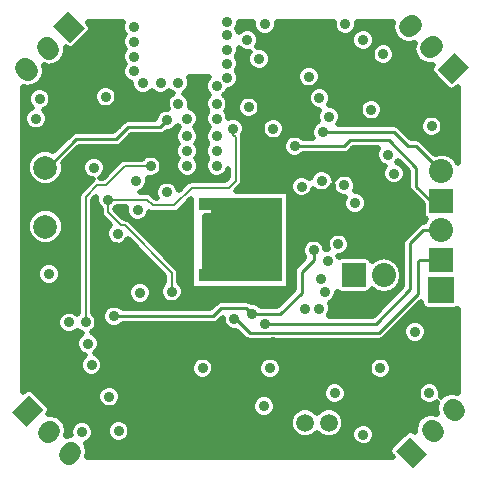
<source format=gbr>
G04 #@! TF.FileFunction,Copper,L3,Inr,Signal*
%FSLAX46Y46*%
G04 Gerber Fmt 4.6, Leading zero omitted, Abs format (unit mm)*
G04 Created by KiCad (PCBNEW (2014-12-04 BZR 5312)-product) date 8/23/2015 4:43:04 PM*
%MOMM*%
G01*
G04 APERTURE LIST*
%ADD10C,0.100000*%
%ADD11R,2.032000X2.032000*%
%ADD12O,2.032000X2.032000*%
%ADD13C,0.900000*%
%ADD14R,1.000000X1.000000*%
%ADD15C,1.727200*%
%ADD16R,2.235200X2.235200*%
%ADD17C,1.500000*%
%ADD18C,2.000000*%
%ADD19C,0.889000*%
%ADD20C,0.508000*%
%ADD21C,0.203200*%
%ADD22C,0.152400*%
%ADD23C,0.254000*%
%ADD24C,0.500000*%
G04 APERTURE END LIST*
D10*
D11*
X167000000Y-91750000D03*
D12*
X167000000Y-89210000D03*
D13*
X158900000Y-71750000D03*
X152100000Y-71750000D03*
D14*
X150000000Y-90000000D03*
X150000000Y-89000000D03*
X150000000Y-88000000D03*
X150000000Y-87000000D03*
X149000000Y-90000000D03*
X149000000Y-89000000D03*
X149000000Y-88000000D03*
X149000000Y-87000000D03*
X148000000Y-87000000D03*
X148000000Y-88000000D03*
X148000000Y-90000000D03*
X148000000Y-89000000D03*
X147000000Y-87000000D03*
X147000000Y-93000000D03*
X148000000Y-91000000D03*
X148000000Y-92000000D03*
X148000000Y-93000000D03*
X149000000Y-93000000D03*
X149000000Y-92000000D03*
X149000000Y-91000000D03*
X150000000Y-91000000D03*
X150000000Y-92000000D03*
X150000000Y-93000000D03*
X151000000Y-93000000D03*
X152000000Y-93000000D03*
X153000000Y-93000000D03*
X153000000Y-92000000D03*
X153000000Y-91000000D03*
X153000000Y-90000000D03*
X153000000Y-89000000D03*
X153000000Y-88000000D03*
X153000000Y-87000000D03*
X152000000Y-87000000D03*
X151000000Y-87000000D03*
X151000000Y-88000000D03*
X152000000Y-88000000D03*
X152000000Y-89000000D03*
X151000000Y-89000000D03*
X151000000Y-90000000D03*
X152000000Y-90000000D03*
X152000000Y-91000000D03*
X151000000Y-91000000D03*
X151000000Y-92000000D03*
X152000000Y-92000000D03*
D10*
G36*
X131892237Y-105829078D02*
X130670922Y-104607763D01*
X132107763Y-103170922D01*
X133329078Y-104392237D01*
X131892237Y-105829078D01*
X131892237Y-105829078D01*
G37*
D15*
X133688288Y-106403814D02*
X133903814Y-106188288D01*
X135484339Y-108199865D02*
X135699865Y-107984339D01*
D10*
G36*
X168107763Y-74170922D02*
X169329078Y-75392237D01*
X167892237Y-76829078D01*
X166670922Y-75607763D01*
X168107763Y-74170922D01*
X168107763Y-74170922D01*
G37*
D15*
X166311712Y-73596186D02*
X166096186Y-73811712D01*
X164515661Y-71800135D02*
X164300135Y-72015661D01*
D10*
G36*
X165829078Y-108107763D02*
X164607763Y-109329078D01*
X163170922Y-107892237D01*
X164392237Y-106670922D01*
X165829078Y-108107763D01*
X165829078Y-108107763D01*
G37*
D15*
X166403814Y-106311712D02*
X166188288Y-106096186D01*
X168199865Y-104515661D02*
X167984339Y-104300135D01*
D10*
G36*
X134170922Y-71892237D02*
X135392237Y-70670922D01*
X136829078Y-72107763D01*
X135607763Y-73329078D01*
X134170922Y-71892237D01*
X134170922Y-71892237D01*
G37*
D15*
X133596186Y-73688288D02*
X133811712Y-73903814D01*
X131800135Y-75484339D02*
X132015661Y-75699865D01*
D11*
X167000000Y-86750000D03*
D12*
X167000000Y-84210000D03*
D16*
X167000000Y-94250000D03*
D17*
X157500000Y-105500000D03*
X155500000Y-105500000D03*
D18*
X133500000Y-88900000D03*
X133500000Y-83900000D03*
D11*
X159600000Y-93000000D03*
D12*
X162140000Y-93000000D03*
D19*
X158000000Y-103000000D03*
X161850000Y-100900000D03*
X141300000Y-87500000D03*
X166200000Y-80400000D03*
X141200000Y-85000000D03*
X148000000Y-78500000D03*
X148000000Y-81250000D03*
X148000000Y-79750000D03*
X148000000Y-82500000D03*
X148000000Y-83750000D03*
X144750000Y-78500000D03*
X141000000Y-72000000D03*
X141000000Y-74500000D03*
X141750000Y-76750000D03*
X144750000Y-76750000D03*
X145500000Y-79750000D03*
X145500000Y-81250000D03*
X145500000Y-83750000D03*
X145500000Y-82500000D03*
X143250000Y-76750000D03*
X141000000Y-75750000D03*
X141000000Y-73250000D03*
X161100000Y-79000000D03*
X137600000Y-83900000D03*
X152000000Y-104100000D03*
X152500000Y-100900000D03*
X163000000Y-84400000D03*
X152800000Y-80600000D03*
X150700000Y-78800000D03*
X158300000Y-90400000D03*
X141500000Y-94500000D03*
X139600000Y-89500000D03*
X148900000Y-71600000D03*
X148900000Y-75100000D03*
X148000000Y-77000000D03*
X148900000Y-76300000D03*
X148900000Y-73900000D03*
X148900000Y-72700000D03*
X162500000Y-82800000D03*
X146800000Y-100900000D03*
X138600000Y-77900000D03*
X137400000Y-100600000D03*
X157500000Y-79600000D03*
X139700000Y-106200000D03*
X160400000Y-106500000D03*
X133800000Y-92900000D03*
X135500000Y-97000000D03*
X150600000Y-73100000D03*
X160400000Y-73100000D03*
X136900000Y-97000000D03*
X142400000Y-83800000D03*
X138800000Y-86600000D03*
X149400000Y-80600000D03*
X144200000Y-94400000D03*
X156200000Y-90900000D03*
X151000000Y-96300000D03*
X139300000Y-96500000D03*
X137100000Y-98800000D03*
X163500000Y-98700000D03*
X140100000Y-87600000D03*
X141100000Y-107700000D03*
X152800000Y-98700000D03*
X146400000Y-99200000D03*
X162200000Y-89700000D03*
X158100000Y-88100000D03*
X159300000Y-84300000D03*
X163200000Y-87700000D03*
X138300000Y-89700000D03*
X142400000Y-95600000D03*
X157700000Y-101400000D03*
X157900000Y-77200000D03*
X148600000Y-108000000D03*
X141100000Y-79100000D03*
X133400000Y-98200000D03*
X149500000Y-96700000D03*
X152100000Y-97100000D03*
X136600000Y-106300000D03*
X162100000Y-74300000D03*
X166000000Y-103000000D03*
X133000000Y-78100000D03*
X155800000Y-76200000D03*
X151600000Y-74700000D03*
X143800000Y-86000000D03*
X156700000Y-78000000D03*
X155200000Y-85500000D03*
X159700000Y-86900000D03*
X158800000Y-85400000D03*
X157200000Y-94400000D03*
X138900000Y-103300000D03*
X156800000Y-93300000D03*
X164800000Y-97800000D03*
X155500000Y-95900000D03*
X132700000Y-79750000D03*
X156900000Y-85000000D03*
X156700000Y-95850000D03*
X157400000Y-91800000D03*
X154600000Y-82100000D03*
X157000000Y-80900000D03*
X143800000Y-79900000D03*
D20*
X147000000Y-89000000D02*
X147000000Y-88000000D01*
X148000000Y-89000000D02*
X147000000Y-89000000D01*
X148000000Y-88000000D02*
X148000000Y-89000000D01*
X147000000Y-88000000D02*
X148000000Y-88000000D01*
X148000000Y-88000000D02*
X147000000Y-89000000D01*
X147000000Y-88000000D02*
X148000000Y-89000000D01*
X147000000Y-89000000D02*
X147000000Y-90000000D01*
X147000000Y-90000000D02*
X147000000Y-91000000D01*
X147000000Y-91000000D02*
X147000000Y-92000000D01*
X147000000Y-92000000D02*
X147000000Y-93000000D01*
X147000000Y-91000000D02*
X148000000Y-91000000D01*
X148000000Y-92000000D02*
X147000000Y-91000000D01*
X148000000Y-93000000D02*
X148000000Y-92000000D01*
X147000000Y-92000000D02*
X148000000Y-93000000D01*
X148000000Y-92000000D02*
X147000000Y-92000000D01*
X148000000Y-91000000D02*
X148000000Y-92000000D01*
X148000000Y-91000000D02*
X147000000Y-92000000D01*
X147000000Y-93000000D02*
X148000000Y-93000000D01*
X148000000Y-92000000D02*
X147000000Y-93000000D01*
X148000000Y-91000000D02*
X148000000Y-89000000D01*
X147000000Y-90000000D02*
X148000000Y-89000000D01*
X148000000Y-91000000D02*
X147000000Y-90000000D01*
X147000000Y-91000000D02*
X148000000Y-91000000D01*
X148000000Y-90000000D02*
X147000000Y-91000000D01*
X147000000Y-89000000D02*
X148000000Y-90000000D01*
X148000000Y-90000000D02*
X147000000Y-90000000D01*
D21*
X138600000Y-85400000D02*
X137900000Y-85400000D01*
X137900000Y-85400000D02*
X136900000Y-86400000D01*
X136900000Y-86400000D02*
X136900000Y-97000000D01*
X142400000Y-83800000D02*
X140200000Y-83800000D01*
X140200000Y-83800000D02*
X138600000Y-85400000D01*
X138800000Y-86600000D02*
X142100000Y-86600000D01*
X149400000Y-81100000D02*
X149400000Y-80600000D01*
X149600000Y-81300000D02*
X149400000Y-81100000D01*
X149600000Y-85000000D02*
X149600000Y-81300000D01*
X149000000Y-85600000D02*
X149600000Y-85000000D01*
X145900000Y-85600000D02*
X149000000Y-85600000D01*
X144400000Y-87100000D02*
X145900000Y-85600000D01*
X142600000Y-87100000D02*
X144400000Y-87100000D01*
X142100000Y-86600000D02*
X142600000Y-87100000D01*
D22*
X138800000Y-87700000D02*
X139900000Y-88800000D01*
X139900000Y-88800000D02*
X140200000Y-88800000D01*
X140200000Y-88800000D02*
X144200000Y-92800000D01*
X144200000Y-92800000D02*
X144200000Y-94400000D01*
X138800000Y-86600000D02*
X138800000Y-87700000D01*
D23*
X151000000Y-96300000D02*
X153400000Y-96300000D01*
X156200000Y-91700000D02*
X156200000Y-90900000D01*
X155200000Y-92700000D02*
X156200000Y-91700000D01*
X155200000Y-94500000D02*
X155200000Y-92700000D01*
X153400000Y-96300000D02*
X155200000Y-94500000D01*
X139300000Y-96500000D02*
X147700000Y-96500000D01*
X150500000Y-95800000D02*
X151000000Y-96300000D01*
X148400000Y-95800000D02*
X150500000Y-95800000D01*
X147700000Y-96500000D02*
X148400000Y-95800000D01*
X149500000Y-96700000D02*
X149600000Y-96700000D01*
X149600000Y-96700000D02*
X150800000Y-97900000D01*
X165150000Y-91750000D02*
X167000000Y-91750000D01*
X165000000Y-91900000D02*
X165150000Y-91750000D01*
X165000000Y-94600000D02*
X165000000Y-91900000D01*
X161700000Y-97900000D02*
X165000000Y-94600000D01*
X150800000Y-97900000D02*
X161700000Y-97900000D01*
X152100000Y-97100000D02*
X161500000Y-97100000D01*
X165490000Y-89210000D02*
X167000000Y-89210000D01*
X164400000Y-90300000D02*
X165490000Y-89210000D01*
X164400000Y-94200000D02*
X164400000Y-90300000D01*
X161500000Y-97100000D02*
X164400000Y-94200000D01*
X166150000Y-86750000D02*
X167000000Y-86750000D01*
X162600000Y-81600000D02*
X164900000Y-83900000D01*
X164900000Y-83900000D02*
X164900000Y-85500000D01*
X164900000Y-85500000D02*
X166150000Y-86750000D01*
X154600000Y-82100000D02*
X158800000Y-82100000D01*
X159300000Y-81600000D02*
X162500000Y-81600000D01*
X158800000Y-82100000D02*
X159300000Y-81600000D01*
X162500000Y-81600000D02*
X162600000Y-81600000D01*
X162100000Y-80900000D02*
X163000000Y-80900000D01*
X163000000Y-80900000D02*
X164200000Y-82100000D01*
X164200000Y-82100000D02*
X164890000Y-82100000D01*
X164890000Y-82100000D02*
X167000000Y-84210000D01*
X157000000Y-80900000D02*
X162100000Y-80900000D01*
X133500000Y-83900000D02*
X133700000Y-83900000D01*
X133700000Y-83900000D02*
X136100000Y-81500000D01*
X140100000Y-80900000D02*
X140500000Y-80500000D01*
X140500000Y-80500000D02*
X143200000Y-80500000D01*
X143200000Y-80500000D02*
X143800000Y-79900000D01*
X139500000Y-81500000D02*
X140100000Y-80900000D01*
X136100000Y-81500000D02*
X139500000Y-81500000D01*
D24*
G36*
X168400000Y-102951836D02*
X167962645Y-102864841D01*
X167421684Y-102972445D01*
X166963079Y-103278875D01*
X166957664Y-103286977D01*
X166994327Y-103198686D01*
X166994672Y-102803050D01*
X166843587Y-102437397D01*
X166564074Y-102157396D01*
X166198686Y-102005673D01*
X165803050Y-102005328D01*
X165794672Y-102008789D01*
X165794672Y-97603050D01*
X165643587Y-97237397D01*
X165364074Y-96957396D01*
X164998686Y-96805673D01*
X164603050Y-96805328D01*
X164237397Y-96956413D01*
X163957396Y-97235926D01*
X163805673Y-97601314D01*
X163805328Y-97996950D01*
X163956413Y-98362603D01*
X164235926Y-98642604D01*
X164601314Y-98794327D01*
X164996950Y-98794672D01*
X165362603Y-98643587D01*
X165642604Y-98364074D01*
X165794327Y-97998686D01*
X165794672Y-97603050D01*
X165794672Y-102008789D01*
X165437397Y-102156413D01*
X165157396Y-102435926D01*
X165005673Y-102801314D01*
X165005328Y-103196950D01*
X165156413Y-103562603D01*
X165435926Y-103842604D01*
X165801314Y-103994327D01*
X166196950Y-103994672D01*
X166562603Y-103843587D01*
X166653614Y-103752733D01*
X166549045Y-104278441D01*
X166644008Y-104755855D01*
X166166594Y-104660892D01*
X165625633Y-104768496D01*
X165167028Y-105074926D01*
X164860598Y-105533531D01*
X164752994Y-106074492D01*
X164793748Y-106279377D01*
X164788765Y-106274394D01*
X164611704Y-106154876D01*
X164395756Y-106110158D01*
X164179264Y-106152163D01*
X163995709Y-106274394D01*
X162844672Y-107425431D01*
X162844672Y-100703050D01*
X162693587Y-100337397D01*
X162414074Y-100057396D01*
X162048686Y-99905673D01*
X161653050Y-99905328D01*
X161287397Y-100056413D01*
X161007396Y-100335926D01*
X160855673Y-100701314D01*
X160855328Y-101096950D01*
X161006413Y-101462603D01*
X161285926Y-101742604D01*
X161651314Y-101894327D01*
X162046950Y-101894672D01*
X162412603Y-101743587D01*
X162692604Y-101464074D01*
X162844327Y-101098686D01*
X162844672Y-100703050D01*
X162844672Y-107425431D01*
X162774394Y-107495709D01*
X162654876Y-107672770D01*
X162610158Y-107888718D01*
X162652163Y-108105210D01*
X162774394Y-108288765D01*
X162885629Y-108400000D01*
X161394672Y-108400000D01*
X161394672Y-106303050D01*
X161243587Y-105937397D01*
X160964074Y-105657396D01*
X160598686Y-105505673D01*
X160203050Y-105505328D01*
X159837397Y-105656413D01*
X159557396Y-105935926D01*
X159405673Y-106301314D01*
X159405328Y-106696950D01*
X159556413Y-107062603D01*
X159835926Y-107342604D01*
X160201314Y-107494327D01*
X160596950Y-107494672D01*
X160962603Y-107343587D01*
X161242604Y-107064074D01*
X161394327Y-106698686D01*
X161394672Y-106303050D01*
X161394672Y-108400000D01*
X158994672Y-108400000D01*
X158994672Y-102803050D01*
X158843587Y-102437397D01*
X158564074Y-102157396D01*
X158198686Y-102005673D01*
X157803050Y-102005328D01*
X157437397Y-102156413D01*
X157157396Y-102435926D01*
X157005673Y-102801314D01*
X157005328Y-103196950D01*
X157156413Y-103562603D01*
X157435926Y-103842604D01*
X157801314Y-103994327D01*
X158196950Y-103994672D01*
X158562603Y-103843587D01*
X158842604Y-103564074D01*
X158994327Y-103198686D01*
X158994672Y-102803050D01*
X158994672Y-108400000D01*
X158800226Y-108400000D01*
X158800226Y-105242548D01*
X158602729Y-104764571D01*
X158237353Y-104398556D01*
X157759721Y-104200226D01*
X157242548Y-104199774D01*
X156764571Y-104397271D01*
X156499858Y-104661520D01*
X156237353Y-104398556D01*
X155759721Y-104200226D01*
X155242548Y-104199774D01*
X154764571Y-104397271D01*
X154398556Y-104762647D01*
X154200226Y-105240279D01*
X154199774Y-105757452D01*
X154397271Y-106235429D01*
X154762647Y-106601444D01*
X155240279Y-106799774D01*
X155757452Y-106800226D01*
X156235429Y-106602729D01*
X156500141Y-106338479D01*
X156762647Y-106601444D01*
X157240279Y-106799774D01*
X157757452Y-106800226D01*
X158235429Y-106602729D01*
X158601444Y-106237353D01*
X158799774Y-105759721D01*
X158800226Y-105242548D01*
X158800226Y-108400000D01*
X153494672Y-108400000D01*
X153494672Y-100703050D01*
X153343587Y-100337397D01*
X153064074Y-100057396D01*
X152698686Y-99905673D01*
X152303050Y-99905328D01*
X151937397Y-100056413D01*
X151657396Y-100335926D01*
X151505673Y-100701314D01*
X151505328Y-101096950D01*
X151656413Y-101462603D01*
X151935926Y-101742604D01*
X152301314Y-101894327D01*
X152696950Y-101894672D01*
X153062603Y-101743587D01*
X153342604Y-101464074D01*
X153494327Y-101098686D01*
X153494672Y-100703050D01*
X153494672Y-108400000D01*
X152994672Y-108400000D01*
X152994672Y-103903050D01*
X152843587Y-103537397D01*
X152564074Y-103257396D01*
X152198686Y-103105673D01*
X151803050Y-103105328D01*
X151437397Y-103256413D01*
X151157396Y-103535926D01*
X151005673Y-103901314D01*
X151005328Y-104296950D01*
X151156413Y-104662603D01*
X151435926Y-104942604D01*
X151801314Y-105094327D01*
X152196950Y-105094672D01*
X152562603Y-104943587D01*
X152842604Y-104664074D01*
X152994327Y-104298686D01*
X152994672Y-103903050D01*
X152994672Y-108400000D01*
X147794672Y-108400000D01*
X147794672Y-100703050D01*
X147643587Y-100337397D01*
X147364074Y-100057396D01*
X146998686Y-99905673D01*
X146603050Y-99905328D01*
X146237397Y-100056413D01*
X145957396Y-100335926D01*
X145805673Y-100701314D01*
X145805328Y-101096950D01*
X145956413Y-101462603D01*
X146235926Y-101742604D01*
X146601314Y-101894327D01*
X146996950Y-101894672D01*
X147362603Y-101743587D01*
X147642604Y-101464074D01*
X147794327Y-101098686D01*
X147794672Y-100703050D01*
X147794672Y-108400000D01*
X140694672Y-108400000D01*
X140694672Y-106003050D01*
X140543587Y-105637397D01*
X140264074Y-105357396D01*
X139898686Y-105205673D01*
X139894672Y-105205669D01*
X139894672Y-103103050D01*
X139743587Y-102737397D01*
X139464074Y-102457396D01*
X139098686Y-102305673D01*
X138703050Y-102305328D01*
X138337397Y-102456413D01*
X138057396Y-102735926D01*
X137905673Y-103101314D01*
X137905328Y-103496950D01*
X138056413Y-103862603D01*
X138335926Y-104142604D01*
X138701314Y-104294327D01*
X139096950Y-104294672D01*
X139462603Y-104143587D01*
X139742604Y-103864074D01*
X139894327Y-103498686D01*
X139894672Y-103103050D01*
X139894672Y-105205669D01*
X139503050Y-105205328D01*
X139137397Y-105356413D01*
X138857396Y-105635926D01*
X138705673Y-106001314D01*
X138705328Y-106396950D01*
X138856413Y-106762603D01*
X139135926Y-107042604D01*
X139501314Y-107194327D01*
X139896950Y-107194672D01*
X140262603Y-107043587D01*
X140542604Y-106764074D01*
X140694327Y-106398686D01*
X140694672Y-106003050D01*
X140694672Y-108400000D01*
X137048163Y-108400000D01*
X137135159Y-107962645D01*
X137027555Y-107421683D01*
X136911157Y-107247482D01*
X137162603Y-107143587D01*
X137442604Y-106864074D01*
X137594327Y-106498686D01*
X137594672Y-106103050D01*
X137443587Y-105737397D01*
X137164074Y-105457396D01*
X136798686Y-105305673D01*
X136403050Y-105305328D01*
X136037397Y-105456413D01*
X135757396Y-105735926D01*
X135605673Y-106101314D01*
X135605328Y-106496950D01*
X135634045Y-106566452D01*
X135244144Y-106644008D01*
X135339108Y-106166594D01*
X135231504Y-105625632D01*
X134925074Y-105167028D01*
X134466470Y-104860598D01*
X133925508Y-104752994D01*
X133720622Y-104793748D01*
X133725606Y-104788765D01*
X133845124Y-104611704D01*
X133889842Y-104395756D01*
X133847837Y-104179264D01*
X133725606Y-103995709D01*
X132504291Y-102774394D01*
X132327230Y-102654876D01*
X132111282Y-102610158D01*
X131894790Y-102652163D01*
X131711235Y-102774394D01*
X131600000Y-102885629D01*
X131600000Y-77048163D01*
X132037355Y-77135159D01*
X132578317Y-77027555D01*
X133036921Y-76721125D01*
X133343351Y-76262521D01*
X133450955Y-75721559D01*
X133355991Y-75244144D01*
X133833406Y-75339108D01*
X134374368Y-75231504D01*
X134832972Y-74925074D01*
X135139402Y-74466470D01*
X135247006Y-73925508D01*
X135206251Y-73720622D01*
X135211235Y-73725606D01*
X135388296Y-73845124D01*
X135604244Y-73889842D01*
X135820736Y-73847837D01*
X136004291Y-73725606D01*
X137225606Y-72504291D01*
X137345124Y-72327230D01*
X137389842Y-72111282D01*
X137347837Y-71894790D01*
X137225606Y-71711235D01*
X137114371Y-71600000D01*
X140089266Y-71600000D01*
X140005673Y-71801314D01*
X140005328Y-72196950D01*
X140156413Y-72562603D01*
X140218565Y-72624863D01*
X140157396Y-72685926D01*
X140005673Y-73051314D01*
X140005328Y-73446950D01*
X140156413Y-73812603D01*
X140218565Y-73874863D01*
X140157396Y-73935926D01*
X140005673Y-74301314D01*
X140005328Y-74696950D01*
X140156413Y-75062603D01*
X140218565Y-75124863D01*
X140157396Y-75185926D01*
X140005673Y-75551314D01*
X140005328Y-75946950D01*
X140156413Y-76312603D01*
X140435926Y-76592604D01*
X140755521Y-76725312D01*
X140755328Y-76946950D01*
X140906413Y-77312603D01*
X141185926Y-77592604D01*
X141551314Y-77744327D01*
X141946950Y-77744672D01*
X142312603Y-77593587D01*
X142500081Y-77406435D01*
X142685926Y-77592604D01*
X143051314Y-77744327D01*
X143446950Y-77744672D01*
X143812603Y-77593587D01*
X144000081Y-77406435D01*
X144185926Y-77592604D01*
X144263683Y-77624891D01*
X144187397Y-77656413D01*
X143907396Y-77935926D01*
X143755673Y-78301314D01*
X143755328Y-78696950D01*
X143841514Y-78905535D01*
X143603050Y-78905328D01*
X143237397Y-79056413D01*
X142957396Y-79335926D01*
X142805673Y-79701314D01*
X142805566Y-79823000D01*
X140500000Y-79823000D01*
X140240923Y-79874534D01*
X140131106Y-79947911D01*
X140021288Y-80021289D01*
X139621289Y-80421289D01*
X139594672Y-80447906D01*
X139594672Y-77703050D01*
X139443587Y-77337397D01*
X139164074Y-77057396D01*
X138798686Y-76905673D01*
X138403050Y-76905328D01*
X138037397Y-77056413D01*
X137757396Y-77335926D01*
X137605673Y-77701314D01*
X137605328Y-78096950D01*
X137756413Y-78462603D01*
X138035926Y-78742604D01*
X138401314Y-78894327D01*
X138796950Y-78894672D01*
X139162603Y-78743587D01*
X139442604Y-78464074D01*
X139594327Y-78098686D01*
X139594672Y-77703050D01*
X139594672Y-80447906D01*
X139219578Y-80823000D01*
X136100000Y-80823000D01*
X135840924Y-80874533D01*
X135621289Y-81021288D01*
X134150699Y-82491878D01*
X133994672Y-82427090D01*
X133994672Y-77903050D01*
X133843587Y-77537397D01*
X133564074Y-77257396D01*
X133198686Y-77105673D01*
X132803050Y-77105328D01*
X132437397Y-77256413D01*
X132157396Y-77535926D01*
X132005673Y-77901314D01*
X132005328Y-78296950D01*
X132156413Y-78662603D01*
X132323171Y-78829652D01*
X132137397Y-78906413D01*
X131857396Y-79185926D01*
X131705673Y-79551314D01*
X131705328Y-79946950D01*
X131856413Y-80312603D01*
X132135926Y-80592604D01*
X132501314Y-80744327D01*
X132896950Y-80744672D01*
X133262603Y-80593587D01*
X133542604Y-80314074D01*
X133694327Y-79948686D01*
X133694672Y-79553050D01*
X133543587Y-79187397D01*
X133376828Y-79020347D01*
X133562603Y-78943587D01*
X133842604Y-78664074D01*
X133994327Y-78298686D01*
X133994672Y-77903050D01*
X133994672Y-82427090D01*
X133809667Y-82350270D01*
X133193039Y-82349732D01*
X132623143Y-82585208D01*
X132186740Y-83020849D01*
X131950270Y-83590333D01*
X131949732Y-84206961D01*
X132185208Y-84776857D01*
X132620849Y-85213260D01*
X133190333Y-85449730D01*
X133806961Y-85450268D01*
X134376857Y-85214792D01*
X134813260Y-84779151D01*
X135049730Y-84209667D01*
X135050268Y-83593039D01*
X135025156Y-83532265D01*
X136380422Y-82177000D01*
X139500000Y-82177000D01*
X139759076Y-82125466D01*
X139759077Y-82125466D01*
X139978711Y-81978711D01*
X140578711Y-81378711D01*
X140780422Y-81177000D01*
X143200000Y-81177000D01*
X143459076Y-81125466D01*
X143459077Y-81125466D01*
X143678711Y-80978711D01*
X143762954Y-80894467D01*
X143996950Y-80894672D01*
X144362603Y-80743587D01*
X144642604Y-80464074D01*
X144691080Y-80347330D01*
X144843564Y-80500081D01*
X144657396Y-80685926D01*
X144505673Y-81051314D01*
X144505328Y-81446950D01*
X144656413Y-81812603D01*
X144718565Y-81874863D01*
X144657396Y-81935926D01*
X144505673Y-82301314D01*
X144505328Y-82696950D01*
X144656413Y-83062603D01*
X144718565Y-83124863D01*
X144657396Y-83185926D01*
X144505673Y-83551314D01*
X144505328Y-83946950D01*
X144656413Y-84312603D01*
X144935926Y-84592604D01*
X145301314Y-84744327D01*
X145696950Y-84744672D01*
X146062603Y-84593587D01*
X146342604Y-84314074D01*
X146494327Y-83948686D01*
X146494672Y-83553050D01*
X146343587Y-83187397D01*
X146281434Y-83125136D01*
X146342604Y-83064074D01*
X146494327Y-82698686D01*
X146494672Y-82303050D01*
X146343587Y-81937397D01*
X146281434Y-81875136D01*
X146342604Y-81814074D01*
X146494327Y-81448686D01*
X146494672Y-81053050D01*
X146343587Y-80687397D01*
X146156435Y-80499918D01*
X146342604Y-80314074D01*
X146494327Y-79948686D01*
X146494672Y-79553050D01*
X146343587Y-79187397D01*
X146064074Y-78907396D01*
X145717431Y-78763456D01*
X145744327Y-78698686D01*
X145744672Y-78303050D01*
X145593587Y-77937397D01*
X145314074Y-77657396D01*
X145236316Y-77625108D01*
X145312603Y-77593587D01*
X145592604Y-77314074D01*
X145744327Y-76948686D01*
X145744672Y-76553050D01*
X145619454Y-76250000D01*
X147343646Y-76250000D01*
X147157396Y-76435926D01*
X147005673Y-76801314D01*
X147005328Y-77196950D01*
X147156413Y-77562603D01*
X147343564Y-77750081D01*
X147157396Y-77935926D01*
X147005673Y-78301314D01*
X147005328Y-78696950D01*
X147156413Y-79062603D01*
X147218565Y-79124863D01*
X147157396Y-79185926D01*
X147005673Y-79551314D01*
X147005328Y-79946950D01*
X147156413Y-80312603D01*
X147343564Y-80500081D01*
X147157396Y-80685926D01*
X147005673Y-81051314D01*
X147005328Y-81446950D01*
X147156413Y-81812603D01*
X147218565Y-81874863D01*
X147157396Y-81935926D01*
X147005673Y-82301314D01*
X147005328Y-82696950D01*
X147156413Y-83062603D01*
X147218565Y-83124863D01*
X147157396Y-83185926D01*
X147005673Y-83551314D01*
X147005328Y-83946950D01*
X147156413Y-84312603D01*
X147435926Y-84592604D01*
X147801314Y-84744327D01*
X148196950Y-84744672D01*
X148562603Y-84593587D01*
X148842604Y-84314074D01*
X148948400Y-84059290D01*
X148948400Y-84730098D01*
X148730098Y-84948400D01*
X145900000Y-84948400D01*
X145650643Y-84998000D01*
X145439249Y-85139249D01*
X144789051Y-85789446D01*
X144643587Y-85437397D01*
X144364074Y-85157396D01*
X143998686Y-85005673D01*
X143603050Y-85005328D01*
X143237397Y-85156413D01*
X142957396Y-85435926D01*
X142805673Y-85801314D01*
X142805328Y-86196950D01*
X142909225Y-86448400D01*
X142869902Y-86448400D01*
X142560751Y-86139249D01*
X142349357Y-85998000D01*
X142100000Y-85948400D01*
X141508936Y-85948400D01*
X141762603Y-85843587D01*
X142042604Y-85564074D01*
X142194327Y-85198686D01*
X142194672Y-84803050D01*
X142188945Y-84789191D01*
X142201314Y-84794327D01*
X142596950Y-84794672D01*
X142962603Y-84643587D01*
X143242604Y-84364074D01*
X143394327Y-83998686D01*
X143394672Y-83603050D01*
X143243587Y-83237397D01*
X142964074Y-82957396D01*
X142598686Y-82805673D01*
X142203050Y-82805328D01*
X141837397Y-82956413D01*
X141645074Y-83148400D01*
X140200005Y-83148400D01*
X140200000Y-83148399D01*
X139950644Y-83197999D01*
X139739249Y-83339249D01*
X138330098Y-84748400D01*
X138150954Y-84748400D01*
X138162603Y-84743587D01*
X138442604Y-84464074D01*
X138594327Y-84098686D01*
X138594672Y-83703050D01*
X138443587Y-83337397D01*
X138164074Y-83057396D01*
X137798686Y-82905673D01*
X137403050Y-82905328D01*
X137037397Y-83056413D01*
X136757396Y-83335926D01*
X136605673Y-83701314D01*
X136605328Y-84096950D01*
X136756413Y-84462603D01*
X137035926Y-84742604D01*
X137401314Y-84894327D01*
X137506342Y-84894418D01*
X137439249Y-84939249D01*
X137439246Y-84939252D01*
X136439249Y-85939249D01*
X136298000Y-86150643D01*
X136248400Y-86400000D01*
X136248400Y-96245254D01*
X136200005Y-96293564D01*
X136064074Y-96157396D01*
X135698686Y-96005673D01*
X135303050Y-96005328D01*
X135050268Y-96109775D01*
X135050268Y-88593039D01*
X134814792Y-88023143D01*
X134379151Y-87586740D01*
X133809667Y-87350270D01*
X133193039Y-87349732D01*
X132623143Y-87585208D01*
X132186740Y-88020849D01*
X131950270Y-88590333D01*
X131949732Y-89206961D01*
X132185208Y-89776857D01*
X132620849Y-90213260D01*
X133190333Y-90449730D01*
X133806961Y-90450268D01*
X134376857Y-90214792D01*
X134813260Y-89779151D01*
X135049730Y-89209667D01*
X135050268Y-88593039D01*
X135050268Y-96109775D01*
X134937397Y-96156413D01*
X134794672Y-96298889D01*
X134794672Y-92703050D01*
X134643587Y-92337397D01*
X134364074Y-92057396D01*
X133998686Y-91905673D01*
X133603050Y-91905328D01*
X133237397Y-92056413D01*
X132957396Y-92335926D01*
X132805673Y-92701314D01*
X132805328Y-93096950D01*
X132956413Y-93462603D01*
X133235926Y-93742604D01*
X133601314Y-93894327D01*
X133996950Y-93894672D01*
X134362603Y-93743587D01*
X134642604Y-93464074D01*
X134794327Y-93098686D01*
X134794672Y-92703050D01*
X134794672Y-96298889D01*
X134657396Y-96435926D01*
X134505673Y-96801314D01*
X134505328Y-97196950D01*
X134656413Y-97562603D01*
X134935926Y-97842604D01*
X135301314Y-97994327D01*
X135696950Y-97994672D01*
X136062603Y-97843587D01*
X136199994Y-97706435D01*
X136335926Y-97842604D01*
X136573791Y-97941374D01*
X136537397Y-97956413D01*
X136257396Y-98235926D01*
X136105673Y-98601314D01*
X136105328Y-98996950D01*
X136256413Y-99362603D01*
X136535926Y-99642604D01*
X136829350Y-99764445D01*
X136557396Y-100035926D01*
X136405673Y-100401314D01*
X136405328Y-100796950D01*
X136556413Y-101162603D01*
X136835926Y-101442604D01*
X137201314Y-101594327D01*
X137596950Y-101594672D01*
X137962603Y-101443587D01*
X138242604Y-101164074D01*
X138394327Y-100798686D01*
X138394672Y-100403050D01*
X138243587Y-100037397D01*
X137964074Y-99757396D01*
X137670649Y-99635554D01*
X137942604Y-99364074D01*
X138094327Y-98998686D01*
X138094672Y-98603050D01*
X137943587Y-98237397D01*
X137664074Y-97957396D01*
X137426208Y-97858625D01*
X137462603Y-97843587D01*
X137742604Y-97564074D01*
X137894327Y-97198686D01*
X137894672Y-96803050D01*
X137743587Y-96437397D01*
X137551600Y-96245074D01*
X137551600Y-86669901D01*
X137805660Y-86415841D01*
X137805328Y-86796950D01*
X137956413Y-87162603D01*
X138173800Y-87380369D01*
X138173800Y-87700000D01*
X138221467Y-87939636D01*
X138357210Y-88142790D01*
X138954042Y-88739622D01*
X138757396Y-88935926D01*
X138605673Y-89301314D01*
X138605328Y-89696950D01*
X138756413Y-90062603D01*
X139035926Y-90342604D01*
X139401314Y-90494327D01*
X139796950Y-90494672D01*
X140162603Y-90343587D01*
X140442604Y-90064074D01*
X140482474Y-89968054D01*
X143573800Y-93059380D01*
X143573800Y-93619899D01*
X143357396Y-93835926D01*
X143205673Y-94201314D01*
X143205328Y-94596950D01*
X143356413Y-94962603D01*
X143635926Y-95242604D01*
X144001314Y-95394327D01*
X144396950Y-95394672D01*
X144762603Y-95243587D01*
X145042604Y-94964074D01*
X145194327Y-94598686D01*
X145194672Y-94203050D01*
X145043587Y-93837397D01*
X144826200Y-93619630D01*
X144826200Y-92800000D01*
X144786441Y-92600121D01*
X144778533Y-92560364D01*
X144778533Y-92560363D01*
X144642790Y-92357210D01*
X140642790Y-88357210D01*
X140439636Y-88221467D01*
X140200000Y-88173800D01*
X140159380Y-88173800D01*
X139426200Y-87440620D01*
X139426200Y-87380100D01*
X139554925Y-87251600D01*
X140326316Y-87251600D01*
X140305673Y-87301314D01*
X140305328Y-87696950D01*
X140456413Y-88062603D01*
X140735926Y-88342604D01*
X141101314Y-88494327D01*
X141496950Y-88494672D01*
X141862603Y-88343587D01*
X142142604Y-88064074D01*
X142294327Y-87698686D01*
X142294356Y-87664390D01*
X142350643Y-87702000D01*
X142350644Y-87702000D01*
X142600000Y-87751600D01*
X144400000Y-87751600D01*
X144649356Y-87702000D01*
X144649357Y-87702000D01*
X144860751Y-87560751D01*
X145850000Y-86571502D01*
X145850000Y-94150000D01*
X154150000Y-94150000D01*
X154150000Y-85850000D01*
X151694672Y-85850000D01*
X151694672Y-78603050D01*
X151543587Y-78237397D01*
X151264074Y-77957396D01*
X150898686Y-77805673D01*
X150503050Y-77805328D01*
X150137397Y-77956413D01*
X149857396Y-78235926D01*
X149705673Y-78601314D01*
X149705328Y-78996950D01*
X149856413Y-79362603D01*
X150135926Y-79642604D01*
X150501314Y-79794327D01*
X150896950Y-79794672D01*
X151262603Y-79643587D01*
X151542604Y-79364074D01*
X151694327Y-78998686D01*
X151694672Y-78603050D01*
X151694672Y-85850000D01*
X149671502Y-85850000D01*
X150060751Y-85460751D01*
X150202000Y-85249357D01*
X150202000Y-85249356D01*
X150251600Y-85000000D01*
X150251600Y-81300005D01*
X150251600Y-81300000D01*
X150251601Y-81300000D01*
X150227552Y-81179099D01*
X150242604Y-81164074D01*
X150394327Y-80798686D01*
X150394672Y-80403050D01*
X150243587Y-80037397D01*
X149964074Y-79757396D01*
X149598686Y-79605673D01*
X149203050Y-79605328D01*
X148994551Y-79691478D01*
X148994672Y-79553050D01*
X148843587Y-79187397D01*
X148781434Y-79125136D01*
X148842604Y-79064074D01*
X148994327Y-78698686D01*
X148994672Y-78303050D01*
X148843587Y-77937397D01*
X148656435Y-77749918D01*
X148842604Y-77564074D01*
X148954521Y-77294547D01*
X149096950Y-77294672D01*
X149462603Y-77143587D01*
X149742604Y-76864074D01*
X149894327Y-76498686D01*
X149894672Y-76103050D01*
X149743587Y-75737397D01*
X149706434Y-75700180D01*
X149742604Y-75664074D01*
X149894327Y-75298686D01*
X149894672Y-74903050D01*
X149743587Y-74537397D01*
X149706434Y-74500180D01*
X149742604Y-74464074D01*
X149894327Y-74098686D01*
X149894586Y-73801017D01*
X150035926Y-73942604D01*
X150401314Y-74094327D01*
X150796950Y-74094672D01*
X150799973Y-74093422D01*
X150757396Y-74135926D01*
X150605673Y-74501314D01*
X150605328Y-74896950D01*
X150756413Y-75262603D01*
X151035926Y-75542604D01*
X151401314Y-75694327D01*
X151796950Y-75694672D01*
X152162603Y-75543587D01*
X152442604Y-75264074D01*
X152594327Y-74898686D01*
X152594672Y-74503050D01*
X152443587Y-74137397D01*
X152164074Y-73857396D01*
X151798686Y-73705673D01*
X151403050Y-73705328D01*
X151400026Y-73706577D01*
X151442604Y-73664074D01*
X151594327Y-73298686D01*
X151594672Y-72903050D01*
X151443587Y-72537397D01*
X151164074Y-72257396D01*
X150798686Y-72105673D01*
X150403050Y-72105328D01*
X150037397Y-72256413D01*
X149864201Y-72429306D01*
X149748621Y-72149581D01*
X149894327Y-71798686D01*
X149894500Y-71600000D01*
X151100130Y-71600000D01*
X151099827Y-71948040D01*
X151251747Y-72315714D01*
X151532806Y-72597264D01*
X151900215Y-72749826D01*
X152298040Y-72750173D01*
X152665714Y-72598253D01*
X152947264Y-72317194D01*
X153099826Y-71949785D01*
X153100131Y-71600000D01*
X157900130Y-71600000D01*
X157899827Y-71948040D01*
X158051747Y-72315714D01*
X158332806Y-72597264D01*
X158700215Y-72749826D01*
X159098040Y-72750173D01*
X159465714Y-72598253D01*
X159747264Y-72317194D01*
X159899826Y-71949785D01*
X159900131Y-71600000D01*
X162951836Y-71600000D01*
X162864841Y-72037355D01*
X162972445Y-72578316D01*
X163278875Y-73036921D01*
X163737480Y-73343351D01*
X164278441Y-73450955D01*
X164755855Y-73355991D01*
X164660892Y-73833406D01*
X164768496Y-74374367D01*
X165074926Y-74832972D01*
X165533531Y-75139402D01*
X166074492Y-75247006D01*
X166279377Y-75206251D01*
X166274394Y-75211235D01*
X166154876Y-75388296D01*
X166110158Y-75604244D01*
X166152163Y-75820736D01*
X166274394Y-76004291D01*
X167495709Y-77225606D01*
X167672770Y-77345124D01*
X167888718Y-77389842D01*
X168105210Y-77347837D01*
X168288765Y-77225606D01*
X168400000Y-77114371D01*
X168400000Y-83494768D01*
X168138009Y-83102671D01*
X167629962Y-82763205D01*
X167194672Y-82676620D01*
X167194672Y-80203050D01*
X167043587Y-79837397D01*
X166764074Y-79557396D01*
X166398686Y-79405673D01*
X166003050Y-79405328D01*
X165637397Y-79556413D01*
X165357396Y-79835926D01*
X165205673Y-80201314D01*
X165205328Y-80596950D01*
X165356413Y-80962603D01*
X165635926Y-81242604D01*
X166001314Y-81394327D01*
X166396950Y-81394672D01*
X166762603Y-81243587D01*
X167042604Y-80964074D01*
X167194327Y-80598686D01*
X167194672Y-80203050D01*
X167194672Y-82676620D01*
X167030680Y-82644000D01*
X166969320Y-82644000D01*
X166487302Y-82739879D01*
X165368711Y-81621289D01*
X165149077Y-81474534D01*
X164890000Y-81423000D01*
X164480422Y-81423000D01*
X163478711Y-80421289D01*
X163259077Y-80274534D01*
X163094672Y-80241831D01*
X163094672Y-74103050D01*
X162943587Y-73737397D01*
X162664074Y-73457396D01*
X162298686Y-73305673D01*
X161903050Y-73305328D01*
X161537397Y-73456413D01*
X161394672Y-73598889D01*
X161394672Y-72903050D01*
X161243587Y-72537397D01*
X160964074Y-72257396D01*
X160598686Y-72105673D01*
X160203050Y-72105328D01*
X159837397Y-72256413D01*
X159557396Y-72535926D01*
X159405673Y-72901314D01*
X159405328Y-73296950D01*
X159556413Y-73662603D01*
X159835926Y-73942604D01*
X160201314Y-74094327D01*
X160596950Y-74094672D01*
X160962603Y-73943587D01*
X161242604Y-73664074D01*
X161394327Y-73298686D01*
X161394672Y-72903050D01*
X161394672Y-73598889D01*
X161257396Y-73735926D01*
X161105673Y-74101314D01*
X161105328Y-74496950D01*
X161256413Y-74862603D01*
X161535926Y-75142604D01*
X161901314Y-75294327D01*
X162296950Y-75294672D01*
X162662603Y-75143587D01*
X162942604Y-74864074D01*
X163094327Y-74498686D01*
X163094672Y-74103050D01*
X163094672Y-80241831D01*
X163000000Y-80223000D01*
X162100000Y-80223000D01*
X162094672Y-80223000D01*
X162094672Y-78803050D01*
X161943587Y-78437397D01*
X161664074Y-78157396D01*
X161298686Y-78005673D01*
X160903050Y-78005328D01*
X160537397Y-78156413D01*
X160257396Y-78435926D01*
X160105673Y-78801314D01*
X160105328Y-79196950D01*
X160256413Y-79562603D01*
X160535926Y-79842604D01*
X160901314Y-79994327D01*
X161296950Y-79994672D01*
X161662603Y-79843587D01*
X161942604Y-79564074D01*
X162094327Y-79198686D01*
X162094672Y-78803050D01*
X162094672Y-80223000D01*
X158283575Y-80223000D01*
X158342604Y-80164074D01*
X158494327Y-79798686D01*
X158494672Y-79403050D01*
X158343587Y-79037397D01*
X158064074Y-78757396D01*
X157698686Y-78605673D01*
X157501104Y-78605500D01*
X157542604Y-78564074D01*
X157694327Y-78198686D01*
X157694672Y-77803050D01*
X157543587Y-77437397D01*
X157264074Y-77157396D01*
X156898686Y-77005673D01*
X156794672Y-77005582D01*
X156794672Y-76003050D01*
X156643587Y-75637397D01*
X156364074Y-75357396D01*
X155998686Y-75205673D01*
X155603050Y-75205328D01*
X155237397Y-75356413D01*
X154957396Y-75635926D01*
X154805673Y-76001314D01*
X154805328Y-76396950D01*
X154956413Y-76762603D01*
X155235926Y-77042604D01*
X155601314Y-77194327D01*
X155996950Y-77194672D01*
X156362603Y-77043587D01*
X156642604Y-76764074D01*
X156794327Y-76398686D01*
X156794672Y-76003050D01*
X156794672Y-77005582D01*
X156503050Y-77005328D01*
X156137397Y-77156413D01*
X155857396Y-77435926D01*
X155705673Y-77801314D01*
X155705328Y-78196950D01*
X155856413Y-78562603D01*
X156135926Y-78842604D01*
X156501314Y-78994327D01*
X156698895Y-78994499D01*
X156657396Y-79035926D01*
X156505673Y-79401314D01*
X156505328Y-79796950D01*
X156586995Y-79994600D01*
X156437397Y-80056413D01*
X156157396Y-80335926D01*
X156005673Y-80701314D01*
X156005328Y-81096950D01*
X156140049Y-81423000D01*
X155329389Y-81423000D01*
X155164074Y-81257396D01*
X154798686Y-81105673D01*
X154403050Y-81105328D01*
X154037397Y-81256413D01*
X153794672Y-81498714D01*
X153794672Y-80403050D01*
X153643587Y-80037397D01*
X153364074Y-79757396D01*
X152998686Y-79605673D01*
X152603050Y-79605328D01*
X152237397Y-79756413D01*
X151957396Y-80035926D01*
X151805673Y-80401314D01*
X151805328Y-80796950D01*
X151956413Y-81162603D01*
X152235926Y-81442604D01*
X152601314Y-81594327D01*
X152996950Y-81594672D01*
X153362603Y-81443587D01*
X153642604Y-81164074D01*
X153794327Y-80798686D01*
X153794672Y-80403050D01*
X153794672Y-81498714D01*
X153757396Y-81535926D01*
X153605673Y-81901314D01*
X153605328Y-82296950D01*
X153756413Y-82662603D01*
X154035926Y-82942604D01*
X154401314Y-83094327D01*
X154796950Y-83094672D01*
X155162603Y-82943587D01*
X155329480Y-82777000D01*
X158800000Y-82777000D01*
X159059076Y-82725466D01*
X159059077Y-82725466D01*
X159278711Y-82578711D01*
X159580422Y-82277000D01*
X161640340Y-82277000D01*
X161505673Y-82601314D01*
X161505328Y-82996950D01*
X161656413Y-83362603D01*
X161935926Y-83642604D01*
X162229104Y-83764342D01*
X162157396Y-83835926D01*
X162005673Y-84201314D01*
X162005328Y-84596950D01*
X162156413Y-84962603D01*
X162435926Y-85242604D01*
X162801314Y-85394327D01*
X163196950Y-85394672D01*
X163562603Y-85243587D01*
X163842604Y-84964074D01*
X163994327Y-84598686D01*
X163994672Y-84203050D01*
X163843587Y-83837397D01*
X163564074Y-83557396D01*
X163270895Y-83435657D01*
X163342604Y-83364074D01*
X163361396Y-83318818D01*
X164223000Y-84180422D01*
X164223000Y-85500000D01*
X164274534Y-85759077D01*
X164421289Y-85978711D01*
X165423225Y-86980647D01*
X165423225Y-87766000D01*
X165463914Y-87975713D01*
X165584992Y-88160032D01*
X165749476Y-88271060D01*
X165574454Y-88533000D01*
X165490000Y-88533000D01*
X165230924Y-88584533D01*
X165011289Y-88731289D01*
X163921289Y-89821289D01*
X163774534Y-90040923D01*
X163723000Y-90300000D01*
X163723000Y-93919577D01*
X161219577Y-96423000D01*
X157533662Y-96423000D01*
X157542604Y-96414074D01*
X157694327Y-96048686D01*
X157694672Y-95653050D01*
X157560064Y-95327274D01*
X157762603Y-95243587D01*
X158042604Y-94964074D01*
X158194327Y-94598686D01*
X158194485Y-94416440D01*
X158367776Y-94533413D01*
X158584000Y-94576775D01*
X160616000Y-94576775D01*
X160825713Y-94536086D01*
X161010032Y-94415008D01*
X161133413Y-94232224D01*
X161138170Y-94208501D01*
X161540718Y-94477475D01*
X162140000Y-94596680D01*
X162739282Y-94477475D01*
X163247329Y-94138009D01*
X163586795Y-93629962D01*
X163706000Y-93030680D01*
X163706000Y-92969320D01*
X163586795Y-92370038D01*
X163247329Y-91861991D01*
X162739282Y-91522525D01*
X162140000Y-91403320D01*
X161540718Y-91522525D01*
X161139281Y-91790756D01*
X161136086Y-91774287D01*
X161015008Y-91589968D01*
X160832224Y-91466587D01*
X160694672Y-91439002D01*
X160694672Y-86703050D01*
X160543587Y-86337397D01*
X160264074Y-86057396D01*
X159898686Y-85905673D01*
X159666938Y-85905470D01*
X159794327Y-85598686D01*
X159794672Y-85203050D01*
X159643587Y-84837397D01*
X159364074Y-84557396D01*
X158998686Y-84405673D01*
X158603050Y-84405328D01*
X158237397Y-84556413D01*
X157957396Y-84835926D01*
X157894511Y-84987368D01*
X157894672Y-84803050D01*
X157743587Y-84437397D01*
X157464074Y-84157396D01*
X157098686Y-84005673D01*
X156703050Y-84005328D01*
X156337397Y-84156413D01*
X156057396Y-84435926D01*
X155906280Y-84799850D01*
X155764074Y-84657396D01*
X155398686Y-84505673D01*
X155003050Y-84505328D01*
X154637397Y-84656413D01*
X154357396Y-84935926D01*
X154205673Y-85301314D01*
X154205328Y-85696950D01*
X154356413Y-86062603D01*
X154635926Y-86342604D01*
X155001314Y-86494327D01*
X155396950Y-86494672D01*
X155762603Y-86343587D01*
X156042604Y-86064074D01*
X156193719Y-85700149D01*
X156335926Y-85842604D01*
X156701314Y-85994327D01*
X157096950Y-85994672D01*
X157462603Y-85843587D01*
X157742604Y-85564074D01*
X157805488Y-85412631D01*
X157805328Y-85596950D01*
X157956413Y-85962603D01*
X158235926Y-86242604D01*
X158601314Y-86394327D01*
X158833061Y-86394529D01*
X158705673Y-86701314D01*
X158705328Y-87096950D01*
X158856413Y-87462603D01*
X159135926Y-87742604D01*
X159501314Y-87894327D01*
X159896950Y-87894672D01*
X160262603Y-87743587D01*
X160542604Y-87464074D01*
X160694327Y-87098686D01*
X160694672Y-86703050D01*
X160694672Y-91439002D01*
X160616000Y-91423225D01*
X158584000Y-91423225D01*
X158374287Y-91463914D01*
X158345103Y-91483084D01*
X158308503Y-91394507D01*
X158496950Y-91394672D01*
X158862603Y-91243587D01*
X159142604Y-90964074D01*
X159294327Y-90598686D01*
X159294672Y-90203050D01*
X159143587Y-89837397D01*
X158864074Y-89557396D01*
X158498686Y-89405673D01*
X158103050Y-89405328D01*
X157737397Y-89556413D01*
X157457396Y-89835926D01*
X157305673Y-90201314D01*
X157305328Y-90596950D01*
X157391496Y-90805492D01*
X157203050Y-90805328D01*
X157194579Y-90808827D01*
X157194672Y-90703050D01*
X157043587Y-90337397D01*
X156764074Y-90057396D01*
X156398686Y-89905673D01*
X156003050Y-89905328D01*
X155637397Y-90056413D01*
X155357396Y-90335926D01*
X155205673Y-90701314D01*
X155205328Y-91096950D01*
X155356413Y-91462603D01*
X155418139Y-91524437D01*
X154721289Y-92221289D01*
X154574534Y-92440923D01*
X154523000Y-92700000D01*
X154523000Y-94219577D01*
X153119577Y-95623000D01*
X151729389Y-95623000D01*
X151564074Y-95457396D01*
X151198686Y-95305673D01*
X150955022Y-95305460D01*
X150955021Y-95305460D01*
X150759077Y-95174534D01*
X150500000Y-95123000D01*
X148400000Y-95123000D01*
X148140923Y-95174534D01*
X148031105Y-95247911D01*
X147921288Y-95321289D01*
X147419577Y-95823000D01*
X142494672Y-95823000D01*
X142494672Y-94303050D01*
X142343587Y-93937397D01*
X142064074Y-93657396D01*
X141698686Y-93505673D01*
X141303050Y-93505328D01*
X140937397Y-93656413D01*
X140657396Y-93935926D01*
X140505673Y-94301314D01*
X140505328Y-94696950D01*
X140656413Y-95062603D01*
X140935926Y-95342604D01*
X141301314Y-95494327D01*
X141696950Y-95494672D01*
X142062603Y-95343587D01*
X142342604Y-95064074D01*
X142494327Y-94698686D01*
X142494672Y-94303050D01*
X142494672Y-95823000D01*
X140029389Y-95823000D01*
X139864074Y-95657396D01*
X139498686Y-95505673D01*
X139103050Y-95505328D01*
X138737397Y-95656413D01*
X138457396Y-95935926D01*
X138305673Y-96301314D01*
X138305328Y-96696950D01*
X138456413Y-97062603D01*
X138735926Y-97342604D01*
X139101314Y-97494327D01*
X139496950Y-97494672D01*
X139862603Y-97343587D01*
X140029480Y-97177000D01*
X147700000Y-97177000D01*
X147959076Y-97125466D01*
X147959077Y-97125466D01*
X148178711Y-96978711D01*
X148505541Y-96651880D01*
X148505328Y-96896950D01*
X148656413Y-97262603D01*
X148935926Y-97542604D01*
X149301314Y-97694327D01*
X149637197Y-97694619D01*
X150321289Y-98378711D01*
X150540923Y-98525466D01*
X150540924Y-98525466D01*
X150800000Y-98577000D01*
X161700000Y-98577000D01*
X161959076Y-98525466D01*
X161959077Y-98525466D01*
X162178711Y-98378711D01*
X165321625Y-95235797D01*
X165321625Y-95367600D01*
X165362314Y-95577313D01*
X165483392Y-95761632D01*
X165666176Y-95885013D01*
X165882400Y-95928375D01*
X168117600Y-95928375D01*
X168327313Y-95887686D01*
X168400000Y-95839938D01*
X168400000Y-102951836D01*
X168400000Y-102951836D01*
G37*
X168400000Y-102951836D02*
X167962645Y-102864841D01*
X167421684Y-102972445D01*
X166963079Y-103278875D01*
X166957664Y-103286977D01*
X166994327Y-103198686D01*
X166994672Y-102803050D01*
X166843587Y-102437397D01*
X166564074Y-102157396D01*
X166198686Y-102005673D01*
X165803050Y-102005328D01*
X165794672Y-102008789D01*
X165794672Y-97603050D01*
X165643587Y-97237397D01*
X165364074Y-96957396D01*
X164998686Y-96805673D01*
X164603050Y-96805328D01*
X164237397Y-96956413D01*
X163957396Y-97235926D01*
X163805673Y-97601314D01*
X163805328Y-97996950D01*
X163956413Y-98362603D01*
X164235926Y-98642604D01*
X164601314Y-98794327D01*
X164996950Y-98794672D01*
X165362603Y-98643587D01*
X165642604Y-98364074D01*
X165794327Y-97998686D01*
X165794672Y-97603050D01*
X165794672Y-102008789D01*
X165437397Y-102156413D01*
X165157396Y-102435926D01*
X165005673Y-102801314D01*
X165005328Y-103196950D01*
X165156413Y-103562603D01*
X165435926Y-103842604D01*
X165801314Y-103994327D01*
X166196950Y-103994672D01*
X166562603Y-103843587D01*
X166653614Y-103752733D01*
X166549045Y-104278441D01*
X166644008Y-104755855D01*
X166166594Y-104660892D01*
X165625633Y-104768496D01*
X165167028Y-105074926D01*
X164860598Y-105533531D01*
X164752994Y-106074492D01*
X164793748Y-106279377D01*
X164788765Y-106274394D01*
X164611704Y-106154876D01*
X164395756Y-106110158D01*
X164179264Y-106152163D01*
X163995709Y-106274394D01*
X162844672Y-107425431D01*
X162844672Y-100703050D01*
X162693587Y-100337397D01*
X162414074Y-100057396D01*
X162048686Y-99905673D01*
X161653050Y-99905328D01*
X161287397Y-100056413D01*
X161007396Y-100335926D01*
X160855673Y-100701314D01*
X160855328Y-101096950D01*
X161006413Y-101462603D01*
X161285926Y-101742604D01*
X161651314Y-101894327D01*
X162046950Y-101894672D01*
X162412603Y-101743587D01*
X162692604Y-101464074D01*
X162844327Y-101098686D01*
X162844672Y-100703050D01*
X162844672Y-107425431D01*
X162774394Y-107495709D01*
X162654876Y-107672770D01*
X162610158Y-107888718D01*
X162652163Y-108105210D01*
X162774394Y-108288765D01*
X162885629Y-108400000D01*
X161394672Y-108400000D01*
X161394672Y-106303050D01*
X161243587Y-105937397D01*
X160964074Y-105657396D01*
X160598686Y-105505673D01*
X160203050Y-105505328D01*
X159837397Y-105656413D01*
X159557396Y-105935926D01*
X159405673Y-106301314D01*
X159405328Y-106696950D01*
X159556413Y-107062603D01*
X159835926Y-107342604D01*
X160201314Y-107494327D01*
X160596950Y-107494672D01*
X160962603Y-107343587D01*
X161242604Y-107064074D01*
X161394327Y-106698686D01*
X161394672Y-106303050D01*
X161394672Y-108400000D01*
X158994672Y-108400000D01*
X158994672Y-102803050D01*
X158843587Y-102437397D01*
X158564074Y-102157396D01*
X158198686Y-102005673D01*
X157803050Y-102005328D01*
X157437397Y-102156413D01*
X157157396Y-102435926D01*
X157005673Y-102801314D01*
X157005328Y-103196950D01*
X157156413Y-103562603D01*
X157435926Y-103842604D01*
X157801314Y-103994327D01*
X158196950Y-103994672D01*
X158562603Y-103843587D01*
X158842604Y-103564074D01*
X158994327Y-103198686D01*
X158994672Y-102803050D01*
X158994672Y-108400000D01*
X158800226Y-108400000D01*
X158800226Y-105242548D01*
X158602729Y-104764571D01*
X158237353Y-104398556D01*
X157759721Y-104200226D01*
X157242548Y-104199774D01*
X156764571Y-104397271D01*
X156499858Y-104661520D01*
X156237353Y-104398556D01*
X155759721Y-104200226D01*
X155242548Y-104199774D01*
X154764571Y-104397271D01*
X154398556Y-104762647D01*
X154200226Y-105240279D01*
X154199774Y-105757452D01*
X154397271Y-106235429D01*
X154762647Y-106601444D01*
X155240279Y-106799774D01*
X155757452Y-106800226D01*
X156235429Y-106602729D01*
X156500141Y-106338479D01*
X156762647Y-106601444D01*
X157240279Y-106799774D01*
X157757452Y-106800226D01*
X158235429Y-106602729D01*
X158601444Y-106237353D01*
X158799774Y-105759721D01*
X158800226Y-105242548D01*
X158800226Y-108400000D01*
X153494672Y-108400000D01*
X153494672Y-100703050D01*
X153343587Y-100337397D01*
X153064074Y-100057396D01*
X152698686Y-99905673D01*
X152303050Y-99905328D01*
X151937397Y-100056413D01*
X151657396Y-100335926D01*
X151505673Y-100701314D01*
X151505328Y-101096950D01*
X151656413Y-101462603D01*
X151935926Y-101742604D01*
X152301314Y-101894327D01*
X152696950Y-101894672D01*
X153062603Y-101743587D01*
X153342604Y-101464074D01*
X153494327Y-101098686D01*
X153494672Y-100703050D01*
X153494672Y-108400000D01*
X152994672Y-108400000D01*
X152994672Y-103903050D01*
X152843587Y-103537397D01*
X152564074Y-103257396D01*
X152198686Y-103105673D01*
X151803050Y-103105328D01*
X151437397Y-103256413D01*
X151157396Y-103535926D01*
X151005673Y-103901314D01*
X151005328Y-104296950D01*
X151156413Y-104662603D01*
X151435926Y-104942604D01*
X151801314Y-105094327D01*
X152196950Y-105094672D01*
X152562603Y-104943587D01*
X152842604Y-104664074D01*
X152994327Y-104298686D01*
X152994672Y-103903050D01*
X152994672Y-108400000D01*
X147794672Y-108400000D01*
X147794672Y-100703050D01*
X147643587Y-100337397D01*
X147364074Y-100057396D01*
X146998686Y-99905673D01*
X146603050Y-99905328D01*
X146237397Y-100056413D01*
X145957396Y-100335926D01*
X145805673Y-100701314D01*
X145805328Y-101096950D01*
X145956413Y-101462603D01*
X146235926Y-101742604D01*
X146601314Y-101894327D01*
X146996950Y-101894672D01*
X147362603Y-101743587D01*
X147642604Y-101464074D01*
X147794327Y-101098686D01*
X147794672Y-100703050D01*
X147794672Y-108400000D01*
X140694672Y-108400000D01*
X140694672Y-106003050D01*
X140543587Y-105637397D01*
X140264074Y-105357396D01*
X139898686Y-105205673D01*
X139894672Y-105205669D01*
X139894672Y-103103050D01*
X139743587Y-102737397D01*
X139464074Y-102457396D01*
X139098686Y-102305673D01*
X138703050Y-102305328D01*
X138337397Y-102456413D01*
X138057396Y-102735926D01*
X137905673Y-103101314D01*
X137905328Y-103496950D01*
X138056413Y-103862603D01*
X138335926Y-104142604D01*
X138701314Y-104294327D01*
X139096950Y-104294672D01*
X139462603Y-104143587D01*
X139742604Y-103864074D01*
X139894327Y-103498686D01*
X139894672Y-103103050D01*
X139894672Y-105205669D01*
X139503050Y-105205328D01*
X139137397Y-105356413D01*
X138857396Y-105635926D01*
X138705673Y-106001314D01*
X138705328Y-106396950D01*
X138856413Y-106762603D01*
X139135926Y-107042604D01*
X139501314Y-107194327D01*
X139896950Y-107194672D01*
X140262603Y-107043587D01*
X140542604Y-106764074D01*
X140694327Y-106398686D01*
X140694672Y-106003050D01*
X140694672Y-108400000D01*
X137048163Y-108400000D01*
X137135159Y-107962645D01*
X137027555Y-107421683D01*
X136911157Y-107247482D01*
X137162603Y-107143587D01*
X137442604Y-106864074D01*
X137594327Y-106498686D01*
X137594672Y-106103050D01*
X137443587Y-105737397D01*
X137164074Y-105457396D01*
X136798686Y-105305673D01*
X136403050Y-105305328D01*
X136037397Y-105456413D01*
X135757396Y-105735926D01*
X135605673Y-106101314D01*
X135605328Y-106496950D01*
X135634045Y-106566452D01*
X135244144Y-106644008D01*
X135339108Y-106166594D01*
X135231504Y-105625632D01*
X134925074Y-105167028D01*
X134466470Y-104860598D01*
X133925508Y-104752994D01*
X133720622Y-104793748D01*
X133725606Y-104788765D01*
X133845124Y-104611704D01*
X133889842Y-104395756D01*
X133847837Y-104179264D01*
X133725606Y-103995709D01*
X132504291Y-102774394D01*
X132327230Y-102654876D01*
X132111282Y-102610158D01*
X131894790Y-102652163D01*
X131711235Y-102774394D01*
X131600000Y-102885629D01*
X131600000Y-77048163D01*
X132037355Y-77135159D01*
X132578317Y-77027555D01*
X133036921Y-76721125D01*
X133343351Y-76262521D01*
X133450955Y-75721559D01*
X133355991Y-75244144D01*
X133833406Y-75339108D01*
X134374368Y-75231504D01*
X134832972Y-74925074D01*
X135139402Y-74466470D01*
X135247006Y-73925508D01*
X135206251Y-73720622D01*
X135211235Y-73725606D01*
X135388296Y-73845124D01*
X135604244Y-73889842D01*
X135820736Y-73847837D01*
X136004291Y-73725606D01*
X137225606Y-72504291D01*
X137345124Y-72327230D01*
X137389842Y-72111282D01*
X137347837Y-71894790D01*
X137225606Y-71711235D01*
X137114371Y-71600000D01*
X140089266Y-71600000D01*
X140005673Y-71801314D01*
X140005328Y-72196950D01*
X140156413Y-72562603D01*
X140218565Y-72624863D01*
X140157396Y-72685926D01*
X140005673Y-73051314D01*
X140005328Y-73446950D01*
X140156413Y-73812603D01*
X140218565Y-73874863D01*
X140157396Y-73935926D01*
X140005673Y-74301314D01*
X140005328Y-74696950D01*
X140156413Y-75062603D01*
X140218565Y-75124863D01*
X140157396Y-75185926D01*
X140005673Y-75551314D01*
X140005328Y-75946950D01*
X140156413Y-76312603D01*
X140435926Y-76592604D01*
X140755521Y-76725312D01*
X140755328Y-76946950D01*
X140906413Y-77312603D01*
X141185926Y-77592604D01*
X141551314Y-77744327D01*
X141946950Y-77744672D01*
X142312603Y-77593587D01*
X142500081Y-77406435D01*
X142685926Y-77592604D01*
X143051314Y-77744327D01*
X143446950Y-77744672D01*
X143812603Y-77593587D01*
X144000081Y-77406435D01*
X144185926Y-77592604D01*
X144263683Y-77624891D01*
X144187397Y-77656413D01*
X143907396Y-77935926D01*
X143755673Y-78301314D01*
X143755328Y-78696950D01*
X143841514Y-78905535D01*
X143603050Y-78905328D01*
X143237397Y-79056413D01*
X142957396Y-79335926D01*
X142805673Y-79701314D01*
X142805566Y-79823000D01*
X140500000Y-79823000D01*
X140240923Y-79874534D01*
X140131106Y-79947911D01*
X140021288Y-80021289D01*
X139621289Y-80421289D01*
X139594672Y-80447906D01*
X139594672Y-77703050D01*
X139443587Y-77337397D01*
X139164074Y-77057396D01*
X138798686Y-76905673D01*
X138403050Y-76905328D01*
X138037397Y-77056413D01*
X137757396Y-77335926D01*
X137605673Y-77701314D01*
X137605328Y-78096950D01*
X137756413Y-78462603D01*
X138035926Y-78742604D01*
X138401314Y-78894327D01*
X138796950Y-78894672D01*
X139162603Y-78743587D01*
X139442604Y-78464074D01*
X139594327Y-78098686D01*
X139594672Y-77703050D01*
X139594672Y-80447906D01*
X139219578Y-80823000D01*
X136100000Y-80823000D01*
X135840924Y-80874533D01*
X135621289Y-81021288D01*
X134150699Y-82491878D01*
X133994672Y-82427090D01*
X133994672Y-77903050D01*
X133843587Y-77537397D01*
X133564074Y-77257396D01*
X133198686Y-77105673D01*
X132803050Y-77105328D01*
X132437397Y-77256413D01*
X132157396Y-77535926D01*
X132005673Y-77901314D01*
X132005328Y-78296950D01*
X132156413Y-78662603D01*
X132323171Y-78829652D01*
X132137397Y-78906413D01*
X131857396Y-79185926D01*
X131705673Y-79551314D01*
X131705328Y-79946950D01*
X131856413Y-80312603D01*
X132135926Y-80592604D01*
X132501314Y-80744327D01*
X132896950Y-80744672D01*
X133262603Y-80593587D01*
X133542604Y-80314074D01*
X133694327Y-79948686D01*
X133694672Y-79553050D01*
X133543587Y-79187397D01*
X133376828Y-79020347D01*
X133562603Y-78943587D01*
X133842604Y-78664074D01*
X133994327Y-78298686D01*
X133994672Y-77903050D01*
X133994672Y-82427090D01*
X133809667Y-82350270D01*
X133193039Y-82349732D01*
X132623143Y-82585208D01*
X132186740Y-83020849D01*
X131950270Y-83590333D01*
X131949732Y-84206961D01*
X132185208Y-84776857D01*
X132620849Y-85213260D01*
X133190333Y-85449730D01*
X133806961Y-85450268D01*
X134376857Y-85214792D01*
X134813260Y-84779151D01*
X135049730Y-84209667D01*
X135050268Y-83593039D01*
X135025156Y-83532265D01*
X136380422Y-82177000D01*
X139500000Y-82177000D01*
X139759076Y-82125466D01*
X139759077Y-82125466D01*
X139978711Y-81978711D01*
X140578711Y-81378711D01*
X140780422Y-81177000D01*
X143200000Y-81177000D01*
X143459076Y-81125466D01*
X143459077Y-81125466D01*
X143678711Y-80978711D01*
X143762954Y-80894467D01*
X143996950Y-80894672D01*
X144362603Y-80743587D01*
X144642604Y-80464074D01*
X144691080Y-80347330D01*
X144843564Y-80500081D01*
X144657396Y-80685926D01*
X144505673Y-81051314D01*
X144505328Y-81446950D01*
X144656413Y-81812603D01*
X144718565Y-81874863D01*
X144657396Y-81935926D01*
X144505673Y-82301314D01*
X144505328Y-82696950D01*
X144656413Y-83062603D01*
X144718565Y-83124863D01*
X144657396Y-83185926D01*
X144505673Y-83551314D01*
X144505328Y-83946950D01*
X144656413Y-84312603D01*
X144935926Y-84592604D01*
X145301314Y-84744327D01*
X145696950Y-84744672D01*
X146062603Y-84593587D01*
X146342604Y-84314074D01*
X146494327Y-83948686D01*
X146494672Y-83553050D01*
X146343587Y-83187397D01*
X146281434Y-83125136D01*
X146342604Y-83064074D01*
X146494327Y-82698686D01*
X146494672Y-82303050D01*
X146343587Y-81937397D01*
X146281434Y-81875136D01*
X146342604Y-81814074D01*
X146494327Y-81448686D01*
X146494672Y-81053050D01*
X146343587Y-80687397D01*
X146156435Y-80499918D01*
X146342604Y-80314074D01*
X146494327Y-79948686D01*
X146494672Y-79553050D01*
X146343587Y-79187397D01*
X146064074Y-78907396D01*
X145717431Y-78763456D01*
X145744327Y-78698686D01*
X145744672Y-78303050D01*
X145593587Y-77937397D01*
X145314074Y-77657396D01*
X145236316Y-77625108D01*
X145312603Y-77593587D01*
X145592604Y-77314074D01*
X145744327Y-76948686D01*
X145744672Y-76553050D01*
X145619454Y-76250000D01*
X147343646Y-76250000D01*
X147157396Y-76435926D01*
X147005673Y-76801314D01*
X147005328Y-77196950D01*
X147156413Y-77562603D01*
X147343564Y-77750081D01*
X147157396Y-77935926D01*
X147005673Y-78301314D01*
X147005328Y-78696950D01*
X147156413Y-79062603D01*
X147218565Y-79124863D01*
X147157396Y-79185926D01*
X147005673Y-79551314D01*
X147005328Y-79946950D01*
X147156413Y-80312603D01*
X147343564Y-80500081D01*
X147157396Y-80685926D01*
X147005673Y-81051314D01*
X147005328Y-81446950D01*
X147156413Y-81812603D01*
X147218565Y-81874863D01*
X147157396Y-81935926D01*
X147005673Y-82301314D01*
X147005328Y-82696950D01*
X147156413Y-83062603D01*
X147218565Y-83124863D01*
X147157396Y-83185926D01*
X147005673Y-83551314D01*
X147005328Y-83946950D01*
X147156413Y-84312603D01*
X147435926Y-84592604D01*
X147801314Y-84744327D01*
X148196950Y-84744672D01*
X148562603Y-84593587D01*
X148842604Y-84314074D01*
X148948400Y-84059290D01*
X148948400Y-84730098D01*
X148730098Y-84948400D01*
X145900000Y-84948400D01*
X145650643Y-84998000D01*
X145439249Y-85139249D01*
X144789051Y-85789446D01*
X144643587Y-85437397D01*
X144364074Y-85157396D01*
X143998686Y-85005673D01*
X143603050Y-85005328D01*
X143237397Y-85156413D01*
X142957396Y-85435926D01*
X142805673Y-85801314D01*
X142805328Y-86196950D01*
X142909225Y-86448400D01*
X142869902Y-86448400D01*
X142560751Y-86139249D01*
X142349357Y-85998000D01*
X142100000Y-85948400D01*
X141508936Y-85948400D01*
X141762603Y-85843587D01*
X142042604Y-85564074D01*
X142194327Y-85198686D01*
X142194672Y-84803050D01*
X142188945Y-84789191D01*
X142201314Y-84794327D01*
X142596950Y-84794672D01*
X142962603Y-84643587D01*
X143242604Y-84364074D01*
X143394327Y-83998686D01*
X143394672Y-83603050D01*
X143243587Y-83237397D01*
X142964074Y-82957396D01*
X142598686Y-82805673D01*
X142203050Y-82805328D01*
X141837397Y-82956413D01*
X141645074Y-83148400D01*
X140200005Y-83148400D01*
X140200000Y-83148399D01*
X139950644Y-83197999D01*
X139739249Y-83339249D01*
X138330098Y-84748400D01*
X138150954Y-84748400D01*
X138162603Y-84743587D01*
X138442604Y-84464074D01*
X138594327Y-84098686D01*
X138594672Y-83703050D01*
X138443587Y-83337397D01*
X138164074Y-83057396D01*
X137798686Y-82905673D01*
X137403050Y-82905328D01*
X137037397Y-83056413D01*
X136757396Y-83335926D01*
X136605673Y-83701314D01*
X136605328Y-84096950D01*
X136756413Y-84462603D01*
X137035926Y-84742604D01*
X137401314Y-84894327D01*
X137506342Y-84894418D01*
X137439249Y-84939249D01*
X137439246Y-84939252D01*
X136439249Y-85939249D01*
X136298000Y-86150643D01*
X136248400Y-86400000D01*
X136248400Y-96245254D01*
X136200005Y-96293564D01*
X136064074Y-96157396D01*
X135698686Y-96005673D01*
X135303050Y-96005328D01*
X135050268Y-96109775D01*
X135050268Y-88593039D01*
X134814792Y-88023143D01*
X134379151Y-87586740D01*
X133809667Y-87350270D01*
X133193039Y-87349732D01*
X132623143Y-87585208D01*
X132186740Y-88020849D01*
X131950270Y-88590333D01*
X131949732Y-89206961D01*
X132185208Y-89776857D01*
X132620849Y-90213260D01*
X133190333Y-90449730D01*
X133806961Y-90450268D01*
X134376857Y-90214792D01*
X134813260Y-89779151D01*
X135049730Y-89209667D01*
X135050268Y-88593039D01*
X135050268Y-96109775D01*
X134937397Y-96156413D01*
X134794672Y-96298889D01*
X134794672Y-92703050D01*
X134643587Y-92337397D01*
X134364074Y-92057396D01*
X133998686Y-91905673D01*
X133603050Y-91905328D01*
X133237397Y-92056413D01*
X132957396Y-92335926D01*
X132805673Y-92701314D01*
X132805328Y-93096950D01*
X132956413Y-93462603D01*
X133235926Y-93742604D01*
X133601314Y-93894327D01*
X133996950Y-93894672D01*
X134362603Y-93743587D01*
X134642604Y-93464074D01*
X134794327Y-93098686D01*
X134794672Y-92703050D01*
X134794672Y-96298889D01*
X134657396Y-96435926D01*
X134505673Y-96801314D01*
X134505328Y-97196950D01*
X134656413Y-97562603D01*
X134935926Y-97842604D01*
X135301314Y-97994327D01*
X135696950Y-97994672D01*
X136062603Y-97843587D01*
X136199994Y-97706435D01*
X136335926Y-97842604D01*
X136573791Y-97941374D01*
X136537397Y-97956413D01*
X136257396Y-98235926D01*
X136105673Y-98601314D01*
X136105328Y-98996950D01*
X136256413Y-99362603D01*
X136535926Y-99642604D01*
X136829350Y-99764445D01*
X136557396Y-100035926D01*
X136405673Y-100401314D01*
X136405328Y-100796950D01*
X136556413Y-101162603D01*
X136835926Y-101442604D01*
X137201314Y-101594327D01*
X137596950Y-101594672D01*
X137962603Y-101443587D01*
X138242604Y-101164074D01*
X138394327Y-100798686D01*
X138394672Y-100403050D01*
X138243587Y-100037397D01*
X137964074Y-99757396D01*
X137670649Y-99635554D01*
X137942604Y-99364074D01*
X138094327Y-98998686D01*
X138094672Y-98603050D01*
X137943587Y-98237397D01*
X137664074Y-97957396D01*
X137426208Y-97858625D01*
X137462603Y-97843587D01*
X137742604Y-97564074D01*
X137894327Y-97198686D01*
X137894672Y-96803050D01*
X137743587Y-96437397D01*
X137551600Y-96245074D01*
X137551600Y-86669901D01*
X137805660Y-86415841D01*
X137805328Y-86796950D01*
X137956413Y-87162603D01*
X138173800Y-87380369D01*
X138173800Y-87700000D01*
X138221467Y-87939636D01*
X138357210Y-88142790D01*
X138954042Y-88739622D01*
X138757396Y-88935926D01*
X138605673Y-89301314D01*
X138605328Y-89696950D01*
X138756413Y-90062603D01*
X139035926Y-90342604D01*
X139401314Y-90494327D01*
X139796950Y-90494672D01*
X140162603Y-90343587D01*
X140442604Y-90064074D01*
X140482474Y-89968054D01*
X143573800Y-93059380D01*
X143573800Y-93619899D01*
X143357396Y-93835926D01*
X143205673Y-94201314D01*
X143205328Y-94596950D01*
X143356413Y-94962603D01*
X143635926Y-95242604D01*
X144001314Y-95394327D01*
X144396950Y-95394672D01*
X144762603Y-95243587D01*
X145042604Y-94964074D01*
X145194327Y-94598686D01*
X145194672Y-94203050D01*
X145043587Y-93837397D01*
X144826200Y-93619630D01*
X144826200Y-92800000D01*
X144786441Y-92600121D01*
X144778533Y-92560364D01*
X144778533Y-92560363D01*
X144642790Y-92357210D01*
X140642790Y-88357210D01*
X140439636Y-88221467D01*
X140200000Y-88173800D01*
X140159380Y-88173800D01*
X139426200Y-87440620D01*
X139426200Y-87380100D01*
X139554925Y-87251600D01*
X140326316Y-87251600D01*
X140305673Y-87301314D01*
X140305328Y-87696950D01*
X140456413Y-88062603D01*
X140735926Y-88342604D01*
X141101314Y-88494327D01*
X141496950Y-88494672D01*
X141862603Y-88343587D01*
X142142604Y-88064074D01*
X142294327Y-87698686D01*
X142294356Y-87664390D01*
X142350643Y-87702000D01*
X142350644Y-87702000D01*
X142600000Y-87751600D01*
X144400000Y-87751600D01*
X144649356Y-87702000D01*
X144649357Y-87702000D01*
X144860751Y-87560751D01*
X145850000Y-86571502D01*
X145850000Y-94150000D01*
X154150000Y-94150000D01*
X154150000Y-85850000D01*
X151694672Y-85850000D01*
X151694672Y-78603050D01*
X151543587Y-78237397D01*
X151264074Y-77957396D01*
X150898686Y-77805673D01*
X150503050Y-77805328D01*
X150137397Y-77956413D01*
X149857396Y-78235926D01*
X149705673Y-78601314D01*
X149705328Y-78996950D01*
X149856413Y-79362603D01*
X150135926Y-79642604D01*
X150501314Y-79794327D01*
X150896950Y-79794672D01*
X151262603Y-79643587D01*
X151542604Y-79364074D01*
X151694327Y-78998686D01*
X151694672Y-78603050D01*
X151694672Y-85850000D01*
X149671502Y-85850000D01*
X150060751Y-85460751D01*
X150202000Y-85249357D01*
X150202000Y-85249356D01*
X150251600Y-85000000D01*
X150251600Y-81300005D01*
X150251600Y-81300000D01*
X150251601Y-81300000D01*
X150227552Y-81179099D01*
X150242604Y-81164074D01*
X150394327Y-80798686D01*
X150394672Y-80403050D01*
X150243587Y-80037397D01*
X149964074Y-79757396D01*
X149598686Y-79605673D01*
X149203050Y-79605328D01*
X148994551Y-79691478D01*
X148994672Y-79553050D01*
X148843587Y-79187397D01*
X148781434Y-79125136D01*
X148842604Y-79064074D01*
X148994327Y-78698686D01*
X148994672Y-78303050D01*
X148843587Y-77937397D01*
X148656435Y-77749918D01*
X148842604Y-77564074D01*
X148954521Y-77294547D01*
X149096950Y-77294672D01*
X149462603Y-77143587D01*
X149742604Y-76864074D01*
X149894327Y-76498686D01*
X149894672Y-76103050D01*
X149743587Y-75737397D01*
X149706434Y-75700180D01*
X149742604Y-75664074D01*
X149894327Y-75298686D01*
X149894672Y-74903050D01*
X149743587Y-74537397D01*
X149706434Y-74500180D01*
X149742604Y-74464074D01*
X149894327Y-74098686D01*
X149894586Y-73801017D01*
X150035926Y-73942604D01*
X150401314Y-74094327D01*
X150796950Y-74094672D01*
X150799973Y-74093422D01*
X150757396Y-74135926D01*
X150605673Y-74501314D01*
X150605328Y-74896950D01*
X150756413Y-75262603D01*
X151035926Y-75542604D01*
X151401314Y-75694327D01*
X151796950Y-75694672D01*
X152162603Y-75543587D01*
X152442604Y-75264074D01*
X152594327Y-74898686D01*
X152594672Y-74503050D01*
X152443587Y-74137397D01*
X152164074Y-73857396D01*
X151798686Y-73705673D01*
X151403050Y-73705328D01*
X151400026Y-73706577D01*
X151442604Y-73664074D01*
X151594327Y-73298686D01*
X151594672Y-72903050D01*
X151443587Y-72537397D01*
X151164074Y-72257396D01*
X150798686Y-72105673D01*
X150403050Y-72105328D01*
X150037397Y-72256413D01*
X149864201Y-72429306D01*
X149748621Y-72149581D01*
X149894327Y-71798686D01*
X149894500Y-71600000D01*
X151100130Y-71600000D01*
X151099827Y-71948040D01*
X151251747Y-72315714D01*
X151532806Y-72597264D01*
X151900215Y-72749826D01*
X152298040Y-72750173D01*
X152665714Y-72598253D01*
X152947264Y-72317194D01*
X153099826Y-71949785D01*
X153100131Y-71600000D01*
X157900130Y-71600000D01*
X157899827Y-71948040D01*
X158051747Y-72315714D01*
X158332806Y-72597264D01*
X158700215Y-72749826D01*
X159098040Y-72750173D01*
X159465714Y-72598253D01*
X159747264Y-72317194D01*
X159899826Y-71949785D01*
X159900131Y-71600000D01*
X162951836Y-71600000D01*
X162864841Y-72037355D01*
X162972445Y-72578316D01*
X163278875Y-73036921D01*
X163737480Y-73343351D01*
X164278441Y-73450955D01*
X164755855Y-73355991D01*
X164660892Y-73833406D01*
X164768496Y-74374367D01*
X165074926Y-74832972D01*
X165533531Y-75139402D01*
X166074492Y-75247006D01*
X166279377Y-75206251D01*
X166274394Y-75211235D01*
X166154876Y-75388296D01*
X166110158Y-75604244D01*
X166152163Y-75820736D01*
X166274394Y-76004291D01*
X167495709Y-77225606D01*
X167672770Y-77345124D01*
X167888718Y-77389842D01*
X168105210Y-77347837D01*
X168288765Y-77225606D01*
X168400000Y-77114371D01*
X168400000Y-83494768D01*
X168138009Y-83102671D01*
X167629962Y-82763205D01*
X167194672Y-82676620D01*
X167194672Y-80203050D01*
X167043587Y-79837397D01*
X166764074Y-79557396D01*
X166398686Y-79405673D01*
X166003050Y-79405328D01*
X165637397Y-79556413D01*
X165357396Y-79835926D01*
X165205673Y-80201314D01*
X165205328Y-80596950D01*
X165356413Y-80962603D01*
X165635926Y-81242604D01*
X166001314Y-81394327D01*
X166396950Y-81394672D01*
X166762603Y-81243587D01*
X167042604Y-80964074D01*
X167194327Y-80598686D01*
X167194672Y-80203050D01*
X167194672Y-82676620D01*
X167030680Y-82644000D01*
X166969320Y-82644000D01*
X166487302Y-82739879D01*
X165368711Y-81621289D01*
X165149077Y-81474534D01*
X164890000Y-81423000D01*
X164480422Y-81423000D01*
X163478711Y-80421289D01*
X163259077Y-80274534D01*
X163094672Y-80241831D01*
X163094672Y-74103050D01*
X162943587Y-73737397D01*
X162664074Y-73457396D01*
X162298686Y-73305673D01*
X161903050Y-73305328D01*
X161537397Y-73456413D01*
X161394672Y-73598889D01*
X161394672Y-72903050D01*
X161243587Y-72537397D01*
X160964074Y-72257396D01*
X160598686Y-72105673D01*
X160203050Y-72105328D01*
X159837397Y-72256413D01*
X159557396Y-72535926D01*
X159405673Y-72901314D01*
X159405328Y-73296950D01*
X159556413Y-73662603D01*
X159835926Y-73942604D01*
X160201314Y-74094327D01*
X160596950Y-74094672D01*
X160962603Y-73943587D01*
X161242604Y-73664074D01*
X161394327Y-73298686D01*
X161394672Y-72903050D01*
X161394672Y-73598889D01*
X161257396Y-73735926D01*
X161105673Y-74101314D01*
X161105328Y-74496950D01*
X161256413Y-74862603D01*
X161535926Y-75142604D01*
X161901314Y-75294327D01*
X162296950Y-75294672D01*
X162662603Y-75143587D01*
X162942604Y-74864074D01*
X163094327Y-74498686D01*
X163094672Y-74103050D01*
X163094672Y-80241831D01*
X163000000Y-80223000D01*
X162100000Y-80223000D01*
X162094672Y-80223000D01*
X162094672Y-78803050D01*
X161943587Y-78437397D01*
X161664074Y-78157396D01*
X161298686Y-78005673D01*
X160903050Y-78005328D01*
X160537397Y-78156413D01*
X160257396Y-78435926D01*
X160105673Y-78801314D01*
X160105328Y-79196950D01*
X160256413Y-79562603D01*
X160535926Y-79842604D01*
X160901314Y-79994327D01*
X161296950Y-79994672D01*
X161662603Y-79843587D01*
X161942604Y-79564074D01*
X162094327Y-79198686D01*
X162094672Y-78803050D01*
X162094672Y-80223000D01*
X158283575Y-80223000D01*
X158342604Y-80164074D01*
X158494327Y-79798686D01*
X158494672Y-79403050D01*
X158343587Y-79037397D01*
X158064074Y-78757396D01*
X157698686Y-78605673D01*
X157501104Y-78605500D01*
X157542604Y-78564074D01*
X157694327Y-78198686D01*
X157694672Y-77803050D01*
X157543587Y-77437397D01*
X157264074Y-77157396D01*
X156898686Y-77005673D01*
X156794672Y-77005582D01*
X156794672Y-76003050D01*
X156643587Y-75637397D01*
X156364074Y-75357396D01*
X155998686Y-75205673D01*
X155603050Y-75205328D01*
X155237397Y-75356413D01*
X154957396Y-75635926D01*
X154805673Y-76001314D01*
X154805328Y-76396950D01*
X154956413Y-76762603D01*
X155235926Y-77042604D01*
X155601314Y-77194327D01*
X155996950Y-77194672D01*
X156362603Y-77043587D01*
X156642604Y-76764074D01*
X156794327Y-76398686D01*
X156794672Y-76003050D01*
X156794672Y-77005582D01*
X156503050Y-77005328D01*
X156137397Y-77156413D01*
X155857396Y-77435926D01*
X155705673Y-77801314D01*
X155705328Y-78196950D01*
X155856413Y-78562603D01*
X156135926Y-78842604D01*
X156501314Y-78994327D01*
X156698895Y-78994499D01*
X156657396Y-79035926D01*
X156505673Y-79401314D01*
X156505328Y-79796950D01*
X156586995Y-79994600D01*
X156437397Y-80056413D01*
X156157396Y-80335926D01*
X156005673Y-80701314D01*
X156005328Y-81096950D01*
X156140049Y-81423000D01*
X155329389Y-81423000D01*
X155164074Y-81257396D01*
X154798686Y-81105673D01*
X154403050Y-81105328D01*
X154037397Y-81256413D01*
X153794672Y-81498714D01*
X153794672Y-80403050D01*
X153643587Y-80037397D01*
X153364074Y-79757396D01*
X152998686Y-79605673D01*
X152603050Y-79605328D01*
X152237397Y-79756413D01*
X151957396Y-80035926D01*
X151805673Y-80401314D01*
X151805328Y-80796950D01*
X151956413Y-81162603D01*
X152235926Y-81442604D01*
X152601314Y-81594327D01*
X152996950Y-81594672D01*
X153362603Y-81443587D01*
X153642604Y-81164074D01*
X153794327Y-80798686D01*
X153794672Y-80403050D01*
X153794672Y-81498714D01*
X153757396Y-81535926D01*
X153605673Y-81901314D01*
X153605328Y-82296950D01*
X153756413Y-82662603D01*
X154035926Y-82942604D01*
X154401314Y-83094327D01*
X154796950Y-83094672D01*
X155162603Y-82943587D01*
X155329480Y-82777000D01*
X158800000Y-82777000D01*
X159059076Y-82725466D01*
X159059077Y-82725466D01*
X159278711Y-82578711D01*
X159580422Y-82277000D01*
X161640340Y-82277000D01*
X161505673Y-82601314D01*
X161505328Y-82996950D01*
X161656413Y-83362603D01*
X161935926Y-83642604D01*
X162229104Y-83764342D01*
X162157396Y-83835926D01*
X162005673Y-84201314D01*
X162005328Y-84596950D01*
X162156413Y-84962603D01*
X162435926Y-85242604D01*
X162801314Y-85394327D01*
X163196950Y-85394672D01*
X163562603Y-85243587D01*
X163842604Y-84964074D01*
X163994327Y-84598686D01*
X163994672Y-84203050D01*
X163843587Y-83837397D01*
X163564074Y-83557396D01*
X163270895Y-83435657D01*
X163342604Y-83364074D01*
X163361396Y-83318818D01*
X164223000Y-84180422D01*
X164223000Y-85500000D01*
X164274534Y-85759077D01*
X164421289Y-85978711D01*
X165423225Y-86980647D01*
X165423225Y-87766000D01*
X165463914Y-87975713D01*
X165584992Y-88160032D01*
X165749476Y-88271060D01*
X165574454Y-88533000D01*
X165490000Y-88533000D01*
X165230924Y-88584533D01*
X165011289Y-88731289D01*
X163921289Y-89821289D01*
X163774534Y-90040923D01*
X163723000Y-90300000D01*
X163723000Y-93919577D01*
X161219577Y-96423000D01*
X157533662Y-96423000D01*
X157542604Y-96414074D01*
X157694327Y-96048686D01*
X157694672Y-95653050D01*
X157560064Y-95327274D01*
X157762603Y-95243587D01*
X158042604Y-94964074D01*
X158194327Y-94598686D01*
X158194485Y-94416440D01*
X158367776Y-94533413D01*
X158584000Y-94576775D01*
X160616000Y-94576775D01*
X160825713Y-94536086D01*
X161010032Y-94415008D01*
X161133413Y-94232224D01*
X161138170Y-94208501D01*
X161540718Y-94477475D01*
X162140000Y-94596680D01*
X162739282Y-94477475D01*
X163247329Y-94138009D01*
X163586795Y-93629962D01*
X163706000Y-93030680D01*
X163706000Y-92969320D01*
X163586795Y-92370038D01*
X163247329Y-91861991D01*
X162739282Y-91522525D01*
X162140000Y-91403320D01*
X161540718Y-91522525D01*
X161139281Y-91790756D01*
X161136086Y-91774287D01*
X161015008Y-91589968D01*
X160832224Y-91466587D01*
X160694672Y-91439002D01*
X160694672Y-86703050D01*
X160543587Y-86337397D01*
X160264074Y-86057396D01*
X159898686Y-85905673D01*
X159666938Y-85905470D01*
X159794327Y-85598686D01*
X159794672Y-85203050D01*
X159643587Y-84837397D01*
X159364074Y-84557396D01*
X158998686Y-84405673D01*
X158603050Y-84405328D01*
X158237397Y-84556413D01*
X157957396Y-84835926D01*
X157894511Y-84987368D01*
X157894672Y-84803050D01*
X157743587Y-84437397D01*
X157464074Y-84157396D01*
X157098686Y-84005673D01*
X156703050Y-84005328D01*
X156337397Y-84156413D01*
X156057396Y-84435926D01*
X155906280Y-84799850D01*
X155764074Y-84657396D01*
X155398686Y-84505673D01*
X155003050Y-84505328D01*
X154637397Y-84656413D01*
X154357396Y-84935926D01*
X154205673Y-85301314D01*
X154205328Y-85696950D01*
X154356413Y-86062603D01*
X154635926Y-86342604D01*
X155001314Y-86494327D01*
X155396950Y-86494672D01*
X155762603Y-86343587D01*
X156042604Y-86064074D01*
X156193719Y-85700149D01*
X156335926Y-85842604D01*
X156701314Y-85994327D01*
X157096950Y-85994672D01*
X157462603Y-85843587D01*
X157742604Y-85564074D01*
X157805488Y-85412631D01*
X157805328Y-85596950D01*
X157956413Y-85962603D01*
X158235926Y-86242604D01*
X158601314Y-86394327D01*
X158833061Y-86394529D01*
X158705673Y-86701314D01*
X158705328Y-87096950D01*
X158856413Y-87462603D01*
X159135926Y-87742604D01*
X159501314Y-87894327D01*
X159896950Y-87894672D01*
X160262603Y-87743587D01*
X160542604Y-87464074D01*
X160694327Y-87098686D01*
X160694672Y-86703050D01*
X160694672Y-91439002D01*
X160616000Y-91423225D01*
X158584000Y-91423225D01*
X158374287Y-91463914D01*
X158345103Y-91483084D01*
X158308503Y-91394507D01*
X158496950Y-91394672D01*
X158862603Y-91243587D01*
X159142604Y-90964074D01*
X159294327Y-90598686D01*
X159294672Y-90203050D01*
X159143587Y-89837397D01*
X158864074Y-89557396D01*
X158498686Y-89405673D01*
X158103050Y-89405328D01*
X157737397Y-89556413D01*
X157457396Y-89835926D01*
X157305673Y-90201314D01*
X157305328Y-90596950D01*
X157391496Y-90805492D01*
X157203050Y-90805328D01*
X157194579Y-90808827D01*
X157194672Y-90703050D01*
X157043587Y-90337397D01*
X156764074Y-90057396D01*
X156398686Y-89905673D01*
X156003050Y-89905328D01*
X155637397Y-90056413D01*
X155357396Y-90335926D01*
X155205673Y-90701314D01*
X155205328Y-91096950D01*
X155356413Y-91462603D01*
X155418139Y-91524437D01*
X154721289Y-92221289D01*
X154574534Y-92440923D01*
X154523000Y-92700000D01*
X154523000Y-94219577D01*
X153119577Y-95623000D01*
X151729389Y-95623000D01*
X151564074Y-95457396D01*
X151198686Y-95305673D01*
X150955022Y-95305460D01*
X150955021Y-95305460D01*
X150759077Y-95174534D01*
X150500000Y-95123000D01*
X148400000Y-95123000D01*
X148140923Y-95174534D01*
X148031105Y-95247911D01*
X147921288Y-95321289D01*
X147419577Y-95823000D01*
X142494672Y-95823000D01*
X142494672Y-94303050D01*
X142343587Y-93937397D01*
X142064074Y-93657396D01*
X141698686Y-93505673D01*
X141303050Y-93505328D01*
X140937397Y-93656413D01*
X140657396Y-93935926D01*
X140505673Y-94301314D01*
X140505328Y-94696950D01*
X140656413Y-95062603D01*
X140935926Y-95342604D01*
X141301314Y-95494327D01*
X141696950Y-95494672D01*
X142062603Y-95343587D01*
X142342604Y-95064074D01*
X142494327Y-94698686D01*
X142494672Y-94303050D01*
X142494672Y-95823000D01*
X140029389Y-95823000D01*
X139864074Y-95657396D01*
X139498686Y-95505673D01*
X139103050Y-95505328D01*
X138737397Y-95656413D01*
X138457396Y-95935926D01*
X138305673Y-96301314D01*
X138305328Y-96696950D01*
X138456413Y-97062603D01*
X138735926Y-97342604D01*
X139101314Y-97494327D01*
X139496950Y-97494672D01*
X139862603Y-97343587D01*
X140029480Y-97177000D01*
X147700000Y-97177000D01*
X147959076Y-97125466D01*
X147959077Y-97125466D01*
X148178711Y-96978711D01*
X148505541Y-96651880D01*
X148505328Y-96896950D01*
X148656413Y-97262603D01*
X148935926Y-97542604D01*
X149301314Y-97694327D01*
X149637197Y-97694619D01*
X150321289Y-98378711D01*
X150540923Y-98525466D01*
X150540924Y-98525466D01*
X150800000Y-98577000D01*
X161700000Y-98577000D01*
X161959076Y-98525466D01*
X161959077Y-98525466D01*
X162178711Y-98378711D01*
X165321625Y-95235797D01*
X165321625Y-95367600D01*
X165362314Y-95577313D01*
X165483392Y-95761632D01*
X165666176Y-95885013D01*
X165882400Y-95928375D01*
X168117600Y-95928375D01*
X168327313Y-95887686D01*
X168400000Y-95839938D01*
X168400000Y-102951836D01*
M02*

</source>
